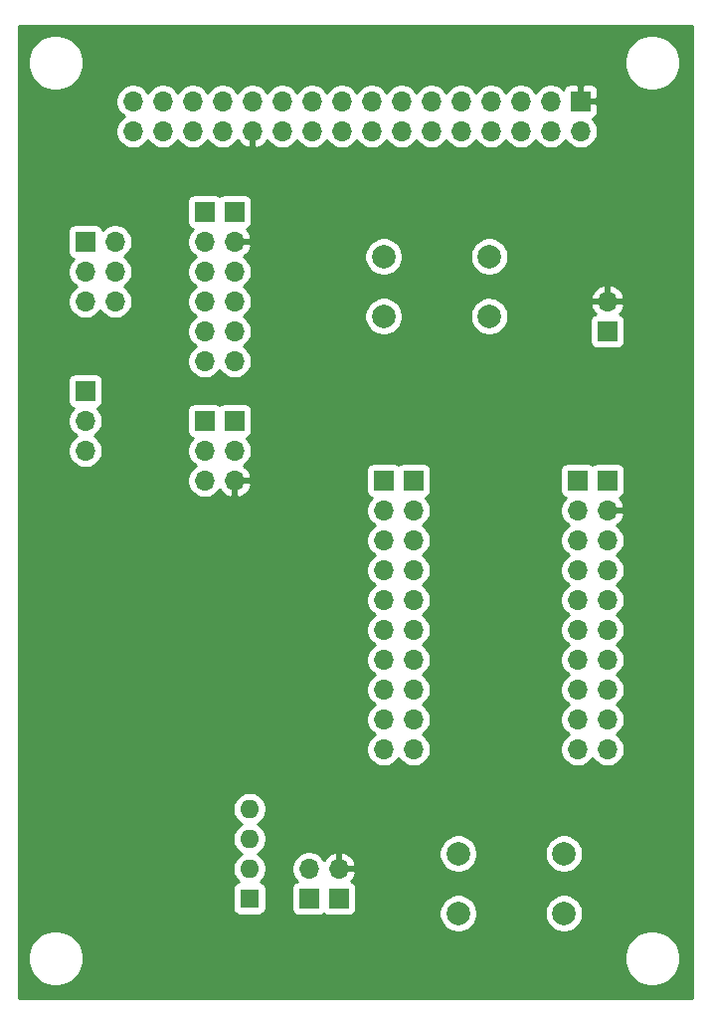
<source format=gbr>
%TF.GenerationSoftware,KiCad,Pcbnew,(5.1.10)-1*%
%TF.CreationDate,2022-04-15T10:12:12-07:00*%
%TF.ProjectId,SensorSuiteBoard,53656e73-6f72-4537-9569-7465426f6172,1.0*%
%TF.SameCoordinates,Original*%
%TF.FileFunction,Copper,L2,Bot*%
%TF.FilePolarity,Positive*%
%FSLAX46Y46*%
G04 Gerber Fmt 4.6, Leading zero omitted, Abs format (unit mm)*
G04 Created by KiCad (PCBNEW (5.1.10)-1) date 2022-04-15 10:12:12*
%MOMM*%
%LPD*%
G01*
G04 APERTURE LIST*
%TA.AperFunction,ComponentPad*%
%ADD10O,1.700000X1.700000*%
%TD*%
%TA.AperFunction,ComponentPad*%
%ADD11R,1.700000X1.700000*%
%TD*%
%TA.AperFunction,ComponentPad*%
%ADD12C,2.000000*%
%TD*%
%TA.AperFunction,ComponentPad*%
%ADD13O,1.600000X1.600000*%
%TD*%
%TA.AperFunction,ComponentPad*%
%ADD14R,1.600000X1.600000*%
%TD*%
%TA.AperFunction,Conductor*%
%ADD15C,0.254000*%
%TD*%
%TA.AperFunction,Conductor*%
%ADD16C,0.100000*%
%TD*%
G04 APERTURE END LIST*
D10*
%TO.P,J3,10*%
%TO.N,Net-(J3-Pad10)*%
X171450000Y-83820000D03*
%TO.P,J3,9*%
%TO.N,Net-(J3-Pad9)*%
X171450000Y-81280000D03*
%TO.P,J3,8*%
%TO.N,Net-(J3-Pad8)*%
X171450000Y-78740000D03*
%TO.P,J3,7*%
%TO.N,Net-(J3-Pad7)*%
X171450000Y-76200000D03*
%TO.P,J3,6*%
%TO.N,Net-(J3-Pad6)*%
X171450000Y-73660000D03*
%TO.P,J3,5*%
%TO.N,Net-(J3-Pad5)*%
X171450000Y-71120000D03*
%TO.P,J3,4*%
%TO.N,Net-(J3-Pad4)*%
X171450000Y-68580000D03*
%TO.P,J3,3*%
%TO.N,Net-(J3-Pad3)*%
X171450000Y-66040000D03*
%TO.P,J3,2*%
%TO.N,GND*%
X171450000Y-63500000D03*
D11*
%TO.P,J3,1*%
%TO.N,+5V*%
X171450000Y-60960000D03*
%TD*%
D10*
%TO.P,J8,32*%
%TO.N,Net-(J8-Pad32)*%
X131064000Y-31242000D03*
%TO.P,J8,31*%
%TO.N,Net-(J8-Pad31)*%
X131064000Y-28702000D03*
%TO.P,J8,30*%
%TO.N,Net-(J8-Pad30)*%
X133604000Y-31242000D03*
%TO.P,J8,29*%
%TO.N,Net-(J8-Pad29)*%
X133604000Y-28702000D03*
%TO.P,J8,28*%
%TO.N,Net-(J8-Pad28)*%
X136144000Y-31242000D03*
%TO.P,J8,27*%
%TO.N,Net-(J8-Pad27)*%
X136144000Y-28702000D03*
%TO.P,J8,26*%
%TO.N,Net-(J8-Pad26)*%
X138684000Y-31242000D03*
%TO.P,J8,25*%
%TO.N,+3V3*%
X138684000Y-28702000D03*
%TO.P,J8,24*%
%TO.N,GND*%
X141224000Y-31242000D03*
%TO.P,J8,23*%
%TO.N,Net-(J8-Pad23)*%
X141224000Y-28702000D03*
%TO.P,J8,22*%
%TO.N,Net-(J8-Pad22)*%
X143764000Y-31242000D03*
%TO.P,J8,21*%
%TO.N,Net-(J8-Pad21)*%
X143764000Y-28702000D03*
%TO.P,J8,20*%
%TO.N,Net-(J8-Pad20)*%
X146304000Y-31242000D03*
%TO.P,J8,19*%
%TO.N,Net-(J8-Pad19)*%
X146304000Y-28702000D03*
%TO.P,J8,18*%
%TO.N,Net-(J8-Pad18)*%
X148844000Y-31242000D03*
%TO.P,J8,17*%
%TO.N,Net-(J8-Pad17)*%
X148844000Y-28702000D03*
%TO.P,J8,16*%
%TO.N,Net-(J8-Pad16)*%
X151384000Y-31242000D03*
%TO.P,J8,15*%
%TO.N,Net-(J8-Pad15)*%
X151384000Y-28702000D03*
%TO.P,J8,14*%
%TO.N,Net-(J8-Pad14)*%
X153924000Y-31242000D03*
%TO.P,J8,13*%
%TO.N,Net-(J8-Pad13)*%
X153924000Y-28702000D03*
%TO.P,J8,12*%
%TO.N,Net-(J8-Pad12)*%
X156464000Y-31242000D03*
%TO.P,J8,11*%
%TO.N,Net-(J8-Pad11)*%
X156464000Y-28702000D03*
%TO.P,J8,10*%
%TO.N,Net-(J8-Pad10)*%
X159004000Y-31242000D03*
%TO.P,J8,9*%
%TO.N,Net-(J8-Pad9)*%
X159004000Y-28702000D03*
%TO.P,J8,8*%
%TO.N,Net-(J8-Pad8)*%
X161544000Y-31242000D03*
%TO.P,J8,7*%
%TO.N,Net-(J8-Pad7)*%
X161544000Y-28702000D03*
%TO.P,J8,6*%
%TO.N,+3V3*%
X164084000Y-31242000D03*
%TO.P,J8,5*%
%TO.N,/P6_0*%
X164084000Y-28702000D03*
%TO.P,J8,4*%
%TO.N,Net-(J8-Pad4)*%
X166624000Y-31242000D03*
%TO.P,J8,3*%
%TO.N,/P6_1*%
X166624000Y-28702000D03*
%TO.P,J8,2*%
%TO.N,Net-(J8-Pad2)*%
X169164000Y-31242000D03*
D11*
%TO.P,J8,1*%
%TO.N,GND*%
X169164000Y-28702000D03*
%TD*%
D10*
%TO.P,J7,6*%
%TO.N,Net-(J7-Pad6)*%
X129540000Y-45720000D03*
%TO.P,J7,5*%
%TO.N,Net-(J7-Pad5)*%
X127000000Y-45720000D03*
%TO.P,J7,4*%
%TO.N,Net-(J7-Pad4)*%
X129540000Y-43180000D03*
%TO.P,J7,3*%
%TO.N,Net-(J7-Pad3)*%
X127000000Y-43180000D03*
%TO.P,J7,2*%
%TO.N,Net-(J7-Pad2)*%
X129540000Y-40640000D03*
D11*
%TO.P,J7,1*%
%TO.N,Net-(J7-Pad1)*%
X127000000Y-40640000D03*
%TD*%
D10*
%TO.P,J5,3*%
%TO.N,Net-(J5-Pad3)*%
X127000000Y-58420000D03*
%TO.P,J5,2*%
%TO.N,Net-(J5-Pad2)*%
X127000000Y-55880000D03*
D11*
%TO.P,J5,1*%
%TO.N,Net-(J5-Pad1)*%
X127000000Y-53340000D03*
%TD*%
%TO.P,J70,1*%
%TO.N,+3V3*%
X139700000Y-38100000D03*
D10*
%TO.P,J70,2*%
%TO.N,GND*%
X139700000Y-40640000D03*
%TO.P,J70,3*%
%TO.N,Net-(J70-Pad3)*%
X139700000Y-43180000D03*
%TO.P,J70,4*%
%TO.N,Net-(J70-Pad4)*%
X139700000Y-45720000D03*
%TO.P,J70,5*%
%TO.N,Net-(J70-Pad5)*%
X139700000Y-48260000D03*
%TO.P,J70,6*%
%TO.N,Net-(J70-Pad6)*%
X139700000Y-50800000D03*
%TD*%
%TO.P,J71,6*%
%TO.N,Net-(J7-Pad6)*%
X137160000Y-50800000D03*
%TO.P,J71,5*%
%TO.N,Net-(J7-Pad5)*%
X137160000Y-48260000D03*
%TO.P,J71,4*%
%TO.N,Net-(J7-Pad4)*%
X137160000Y-45720000D03*
%TO.P,J71,3*%
%TO.N,Net-(J7-Pad3)*%
X137160000Y-43180000D03*
%TO.P,J71,2*%
%TO.N,Net-(J7-Pad2)*%
X137160000Y-40640000D03*
D11*
%TO.P,J71,1*%
%TO.N,Net-(J7-Pad1)*%
X137160000Y-38100000D03*
%TD*%
%TO.P,J50,1*%
%TO.N,/P4_3*%
X139700000Y-55880000D03*
D10*
%TO.P,J50,2*%
%TO.N,+3V3*%
X139700000Y-58420000D03*
%TO.P,J50,3*%
%TO.N,GND*%
X139700000Y-60960000D03*
%TD*%
%TO.P,J51,3*%
%TO.N,Net-(J5-Pad3)*%
X137160000Y-60960000D03*
%TO.P,J51,2*%
%TO.N,Net-(J5-Pad2)*%
X137160000Y-58420000D03*
D11*
%TO.P,J51,1*%
%TO.N,Net-(J5-Pad1)*%
X137160000Y-55880000D03*
%TD*%
D10*
%TO.P,J60,2*%
%TO.N,GND*%
X148590000Y-93980000D03*
D11*
%TO.P,J60,1*%
%TO.N,+3V3*%
X148590000Y-96520000D03*
%TD*%
%TO.P,J61,1*%
%TO.N,Net-(J61-Pad1)*%
X146050000Y-96520000D03*
D10*
%TO.P,J61,2*%
%TO.N,Net-(J61-Pad2)*%
X146050000Y-93980000D03*
%TD*%
D12*
%TO.P,R1,2*%
%TO.N,+3V3*%
X167750000Y-97790000D03*
%TO.P,R1,1*%
%TO.N,/P7_1*%
X158750000Y-97790000D03*
%TD*%
%TO.P,R2,1*%
%TO.N,/P7_0*%
X158750000Y-92710000D03*
%TO.P,R2,2*%
%TO.N,+3V3*%
X167750000Y-92710000D03*
%TD*%
%TO.P,R3,2*%
%TO.N,/P2_6*%
X161400000Y-41910000D03*
%TO.P,R3,1*%
%TO.N,Net-(J70-Pad3)*%
X152400000Y-41910000D03*
%TD*%
%TO.P,R4,1*%
%TO.N,Net-(J70-Pad4)*%
X152400000Y-46990000D03*
%TO.P,R4,2*%
%TO.N,/P2_5*%
X161400000Y-46990000D03*
%TD*%
D13*
%TO.P,U6,4*%
%TO.N,/P7_0*%
X140970000Y-88900000D03*
%TO.P,U6,3*%
%TO.N,/P7_1*%
X140970000Y-91440000D03*
%TO.P,U6,2*%
%TO.N,Net-(J61-Pad2)*%
X140970000Y-93980000D03*
D14*
%TO.P,U6,1*%
%TO.N,Net-(J61-Pad1)*%
X140970000Y-96520000D03*
%TD*%
D11*
%TO.P,J1,1*%
%TO.N,+3V3*%
X168910000Y-60960000D03*
D10*
%TO.P,J1,2*%
%TO.N,Net-(J1-Pad2)*%
X168910000Y-63500000D03*
%TO.P,J1,3*%
%TO.N,/P6_1*%
X168910000Y-66040000D03*
%TO.P,J1,4*%
%TO.N,/P6_0*%
X168910000Y-68580000D03*
%TO.P,J1,5*%
%TO.N,Net-(J1-Pad5)*%
X168910000Y-71120000D03*
%TO.P,J1,6*%
%TO.N,Net-(J1-Pad6)*%
X168910000Y-73660000D03*
%TO.P,J1,7*%
%TO.N,Net-(J1-Pad7)*%
X168910000Y-76200000D03*
%TO.P,J1,8*%
%TO.N,Net-(J1-Pad8)*%
X168910000Y-78740000D03*
%TO.P,J1,9*%
%TO.N,/P7_1*%
X168910000Y-81280000D03*
%TO.P,J1,10*%
%TO.N,/P7_0*%
X168910000Y-83820000D03*
%TD*%
D11*
%TO.P,J2,1*%
%TO.N,Net-(J2-Pad1)*%
X152400000Y-60960000D03*
D10*
%TO.P,J2,2*%
%TO.N,Net-(J2-Pad2)*%
X152400000Y-63500000D03*
%TO.P,J2,3*%
%TO.N,Net-(J2-Pad3)*%
X152400000Y-66040000D03*
%TO.P,J2,4*%
%TO.N,Net-(J2-Pad4)*%
X152400000Y-68580000D03*
%TO.P,J2,5*%
%TO.N,Net-(J2-Pad5)*%
X152400000Y-71120000D03*
%TO.P,J2,6*%
%TO.N,/P2_6*%
X152400000Y-73660000D03*
%TO.P,J2,7*%
%TO.N,/P2_5*%
X152400000Y-76200000D03*
%TO.P,J2,8*%
%TO.N,/P4_3*%
X152400000Y-78740000D03*
%TO.P,J2,9*%
%TO.N,Net-(J2-Pad9)*%
X152400000Y-81280000D03*
%TO.P,J2,10*%
%TO.N,Net-(J2-Pad10)*%
X152400000Y-83820000D03*
%TD*%
%TO.P,J4,10*%
%TO.N,Net-(J4-Pad10)*%
X154940000Y-83820000D03*
%TO.P,J4,9*%
%TO.N,Net-(J4-Pad9)*%
X154940000Y-81280000D03*
%TO.P,J4,8*%
%TO.N,Net-(J4-Pad8)*%
X154940000Y-78740000D03*
%TO.P,J4,7*%
%TO.N,Net-(J4-Pad7)*%
X154940000Y-76200000D03*
%TO.P,J4,6*%
%TO.N,Net-(J4-Pad6)*%
X154940000Y-73660000D03*
%TO.P,J4,5*%
%TO.N,Net-(J4-Pad5)*%
X154940000Y-71120000D03*
%TO.P,J4,4*%
%TO.N,Net-(J4-Pad4)*%
X154940000Y-68580000D03*
%TO.P,J4,3*%
%TO.N,Net-(J4-Pad3)*%
X154940000Y-66040000D03*
%TO.P,J4,2*%
%TO.N,Net-(J4-Pad2)*%
X154940000Y-63500000D03*
D11*
%TO.P,J4,1*%
%TO.N,Net-(J4-Pad1)*%
X154940000Y-60960000D03*
%TD*%
D10*
%TO.P,J9,2*%
%TO.N,GND*%
X171450000Y-45720000D03*
D11*
%TO.P,J9,1*%
%TO.N,+5V*%
X171450000Y-48260000D03*
%TD*%
D15*
%TO.N,GND*%
X178664000Y-105004000D02*
X121310000Y-105004000D01*
X121310000Y-101365098D01*
X122075000Y-101365098D01*
X122075000Y-101834902D01*
X122166654Y-102295679D01*
X122346440Y-102729721D01*
X122607450Y-103120349D01*
X122939651Y-103452550D01*
X123330279Y-103713560D01*
X123764321Y-103893346D01*
X124225098Y-103985000D01*
X124694902Y-103985000D01*
X125155679Y-103893346D01*
X125589721Y-103713560D01*
X125980349Y-103452550D01*
X126312550Y-103120349D01*
X126573560Y-102729721D01*
X126753346Y-102295679D01*
X126845000Y-101834902D01*
X126845000Y-101365098D01*
X172875000Y-101365098D01*
X172875000Y-101834902D01*
X172966654Y-102295679D01*
X173146440Y-102729721D01*
X173407450Y-103120349D01*
X173739651Y-103452550D01*
X174130279Y-103713560D01*
X174564321Y-103893346D01*
X175025098Y-103985000D01*
X175494902Y-103985000D01*
X175955679Y-103893346D01*
X176389721Y-103713560D01*
X176780349Y-103452550D01*
X177112550Y-103120349D01*
X177373560Y-102729721D01*
X177553346Y-102295679D01*
X177645000Y-101834902D01*
X177645000Y-101365098D01*
X177553346Y-100904321D01*
X177373560Y-100470279D01*
X177112550Y-100079651D01*
X176780349Y-99747450D01*
X176389721Y-99486440D01*
X175955679Y-99306654D01*
X175494902Y-99215000D01*
X175025098Y-99215000D01*
X174564321Y-99306654D01*
X174130279Y-99486440D01*
X173739651Y-99747450D01*
X173407450Y-100079651D01*
X173146440Y-100470279D01*
X172966654Y-100904321D01*
X172875000Y-101365098D01*
X126845000Y-101365098D01*
X126753346Y-100904321D01*
X126573560Y-100470279D01*
X126312550Y-100079651D01*
X125980349Y-99747450D01*
X125589721Y-99486440D01*
X125155679Y-99306654D01*
X124694902Y-99215000D01*
X124225098Y-99215000D01*
X123764321Y-99306654D01*
X123330279Y-99486440D01*
X122939651Y-99747450D01*
X122607450Y-100079651D01*
X122346440Y-100470279D01*
X122166654Y-100904321D01*
X122075000Y-101365098D01*
X121310000Y-101365098D01*
X121310000Y-95720000D01*
X139531928Y-95720000D01*
X139531928Y-97320000D01*
X139544188Y-97444482D01*
X139580498Y-97564180D01*
X139639463Y-97674494D01*
X139718815Y-97771185D01*
X139815506Y-97850537D01*
X139925820Y-97909502D01*
X140045518Y-97945812D01*
X140170000Y-97958072D01*
X141770000Y-97958072D01*
X141894482Y-97945812D01*
X142014180Y-97909502D01*
X142124494Y-97850537D01*
X142221185Y-97771185D01*
X142300537Y-97674494D01*
X142359502Y-97564180D01*
X142395812Y-97444482D01*
X142408072Y-97320000D01*
X142408072Y-95720000D01*
X142403148Y-95670000D01*
X144561928Y-95670000D01*
X144561928Y-97370000D01*
X144574188Y-97494482D01*
X144610498Y-97614180D01*
X144669463Y-97724494D01*
X144748815Y-97821185D01*
X144845506Y-97900537D01*
X144955820Y-97959502D01*
X145075518Y-97995812D01*
X145200000Y-98008072D01*
X146900000Y-98008072D01*
X147024482Y-97995812D01*
X147144180Y-97959502D01*
X147254494Y-97900537D01*
X147320000Y-97846778D01*
X147385506Y-97900537D01*
X147495820Y-97959502D01*
X147615518Y-97995812D01*
X147740000Y-98008072D01*
X149440000Y-98008072D01*
X149564482Y-97995812D01*
X149684180Y-97959502D01*
X149794494Y-97900537D01*
X149891185Y-97821185D01*
X149970537Y-97724494D01*
X150021598Y-97628967D01*
X157115000Y-97628967D01*
X157115000Y-97951033D01*
X157177832Y-98266912D01*
X157301082Y-98564463D01*
X157480013Y-98832252D01*
X157707748Y-99059987D01*
X157975537Y-99238918D01*
X158273088Y-99362168D01*
X158588967Y-99425000D01*
X158911033Y-99425000D01*
X159226912Y-99362168D01*
X159524463Y-99238918D01*
X159792252Y-99059987D01*
X160019987Y-98832252D01*
X160198918Y-98564463D01*
X160322168Y-98266912D01*
X160385000Y-97951033D01*
X160385000Y-97628967D01*
X166115000Y-97628967D01*
X166115000Y-97951033D01*
X166177832Y-98266912D01*
X166301082Y-98564463D01*
X166480013Y-98832252D01*
X166707748Y-99059987D01*
X166975537Y-99238918D01*
X167273088Y-99362168D01*
X167588967Y-99425000D01*
X167911033Y-99425000D01*
X168226912Y-99362168D01*
X168524463Y-99238918D01*
X168792252Y-99059987D01*
X169019987Y-98832252D01*
X169198918Y-98564463D01*
X169322168Y-98266912D01*
X169385000Y-97951033D01*
X169385000Y-97628967D01*
X169322168Y-97313088D01*
X169198918Y-97015537D01*
X169019987Y-96747748D01*
X168792252Y-96520013D01*
X168524463Y-96341082D01*
X168226912Y-96217832D01*
X167911033Y-96155000D01*
X167588967Y-96155000D01*
X167273088Y-96217832D01*
X166975537Y-96341082D01*
X166707748Y-96520013D01*
X166480013Y-96747748D01*
X166301082Y-97015537D01*
X166177832Y-97313088D01*
X166115000Y-97628967D01*
X160385000Y-97628967D01*
X160322168Y-97313088D01*
X160198918Y-97015537D01*
X160019987Y-96747748D01*
X159792252Y-96520013D01*
X159524463Y-96341082D01*
X159226912Y-96217832D01*
X158911033Y-96155000D01*
X158588967Y-96155000D01*
X158273088Y-96217832D01*
X157975537Y-96341082D01*
X157707748Y-96520013D01*
X157480013Y-96747748D01*
X157301082Y-97015537D01*
X157177832Y-97313088D01*
X157115000Y-97628967D01*
X150021598Y-97628967D01*
X150029502Y-97614180D01*
X150065812Y-97494482D01*
X150078072Y-97370000D01*
X150078072Y-95670000D01*
X150065812Y-95545518D01*
X150029502Y-95425820D01*
X149970537Y-95315506D01*
X149891185Y-95218815D01*
X149794494Y-95139463D01*
X149684180Y-95080498D01*
X149603534Y-95056034D01*
X149687588Y-94980269D01*
X149861641Y-94746920D01*
X149986825Y-94484099D01*
X150031476Y-94336890D01*
X149910155Y-94107000D01*
X148717000Y-94107000D01*
X148717000Y-94127000D01*
X148463000Y-94127000D01*
X148463000Y-94107000D01*
X148443000Y-94107000D01*
X148443000Y-93853000D01*
X148463000Y-93853000D01*
X148463000Y-92659186D01*
X148717000Y-92659186D01*
X148717000Y-93853000D01*
X149910155Y-93853000D01*
X150031476Y-93623110D01*
X149986825Y-93475901D01*
X149861641Y-93213080D01*
X149687588Y-92979731D01*
X149471355Y-92784822D01*
X149221252Y-92635843D01*
X148976345Y-92548967D01*
X157115000Y-92548967D01*
X157115000Y-92871033D01*
X157177832Y-93186912D01*
X157301082Y-93484463D01*
X157480013Y-93752252D01*
X157707748Y-93979987D01*
X157975537Y-94158918D01*
X158273088Y-94282168D01*
X158588967Y-94345000D01*
X158911033Y-94345000D01*
X159226912Y-94282168D01*
X159524463Y-94158918D01*
X159792252Y-93979987D01*
X160019987Y-93752252D01*
X160198918Y-93484463D01*
X160322168Y-93186912D01*
X160385000Y-92871033D01*
X160385000Y-92548967D01*
X166115000Y-92548967D01*
X166115000Y-92871033D01*
X166177832Y-93186912D01*
X166301082Y-93484463D01*
X166480013Y-93752252D01*
X166707748Y-93979987D01*
X166975537Y-94158918D01*
X167273088Y-94282168D01*
X167588967Y-94345000D01*
X167911033Y-94345000D01*
X168226912Y-94282168D01*
X168524463Y-94158918D01*
X168792252Y-93979987D01*
X169019987Y-93752252D01*
X169198918Y-93484463D01*
X169322168Y-93186912D01*
X169385000Y-92871033D01*
X169385000Y-92548967D01*
X169322168Y-92233088D01*
X169198918Y-91935537D01*
X169019987Y-91667748D01*
X168792252Y-91440013D01*
X168524463Y-91261082D01*
X168226912Y-91137832D01*
X167911033Y-91075000D01*
X167588967Y-91075000D01*
X167273088Y-91137832D01*
X166975537Y-91261082D01*
X166707748Y-91440013D01*
X166480013Y-91667748D01*
X166301082Y-91935537D01*
X166177832Y-92233088D01*
X166115000Y-92548967D01*
X160385000Y-92548967D01*
X160322168Y-92233088D01*
X160198918Y-91935537D01*
X160019987Y-91667748D01*
X159792252Y-91440013D01*
X159524463Y-91261082D01*
X159226912Y-91137832D01*
X158911033Y-91075000D01*
X158588967Y-91075000D01*
X158273088Y-91137832D01*
X157975537Y-91261082D01*
X157707748Y-91440013D01*
X157480013Y-91667748D01*
X157301082Y-91935537D01*
X157177832Y-92233088D01*
X157115000Y-92548967D01*
X148976345Y-92548967D01*
X148946891Y-92538519D01*
X148717000Y-92659186D01*
X148463000Y-92659186D01*
X148233109Y-92538519D01*
X147958748Y-92635843D01*
X147708645Y-92784822D01*
X147492412Y-92979731D01*
X147321100Y-93209406D01*
X147203475Y-93033368D01*
X146996632Y-92826525D01*
X146753411Y-92664010D01*
X146483158Y-92552068D01*
X146196260Y-92495000D01*
X145903740Y-92495000D01*
X145616842Y-92552068D01*
X145346589Y-92664010D01*
X145103368Y-92826525D01*
X144896525Y-93033368D01*
X144734010Y-93276589D01*
X144622068Y-93546842D01*
X144565000Y-93833740D01*
X144565000Y-94126260D01*
X144622068Y-94413158D01*
X144734010Y-94683411D01*
X144896525Y-94926632D01*
X145028380Y-95058487D01*
X144955820Y-95080498D01*
X144845506Y-95139463D01*
X144748815Y-95218815D01*
X144669463Y-95315506D01*
X144610498Y-95425820D01*
X144574188Y-95545518D01*
X144561928Y-95670000D01*
X142403148Y-95670000D01*
X142395812Y-95595518D01*
X142359502Y-95475820D01*
X142300537Y-95365506D01*
X142221185Y-95268815D01*
X142124494Y-95189463D01*
X142014180Y-95130498D01*
X141894482Y-95094188D01*
X141886039Y-95093357D01*
X142084637Y-94894759D01*
X142241680Y-94659727D01*
X142349853Y-94398574D01*
X142405000Y-94121335D01*
X142405000Y-93838665D01*
X142349853Y-93561426D01*
X142241680Y-93300273D01*
X142084637Y-93065241D01*
X141884759Y-92865363D01*
X141652241Y-92710000D01*
X141884759Y-92554637D01*
X142084637Y-92354759D01*
X142241680Y-92119727D01*
X142349853Y-91858574D01*
X142405000Y-91581335D01*
X142405000Y-91298665D01*
X142349853Y-91021426D01*
X142241680Y-90760273D01*
X142084637Y-90525241D01*
X141884759Y-90325363D01*
X141652241Y-90170000D01*
X141884759Y-90014637D01*
X142084637Y-89814759D01*
X142241680Y-89579727D01*
X142349853Y-89318574D01*
X142405000Y-89041335D01*
X142405000Y-88758665D01*
X142349853Y-88481426D01*
X142241680Y-88220273D01*
X142084637Y-87985241D01*
X141884759Y-87785363D01*
X141649727Y-87628320D01*
X141388574Y-87520147D01*
X141111335Y-87465000D01*
X140828665Y-87465000D01*
X140551426Y-87520147D01*
X140290273Y-87628320D01*
X140055241Y-87785363D01*
X139855363Y-87985241D01*
X139698320Y-88220273D01*
X139590147Y-88481426D01*
X139535000Y-88758665D01*
X139535000Y-89041335D01*
X139590147Y-89318574D01*
X139698320Y-89579727D01*
X139855363Y-89814759D01*
X140055241Y-90014637D01*
X140287759Y-90170000D01*
X140055241Y-90325363D01*
X139855363Y-90525241D01*
X139698320Y-90760273D01*
X139590147Y-91021426D01*
X139535000Y-91298665D01*
X139535000Y-91581335D01*
X139590147Y-91858574D01*
X139698320Y-92119727D01*
X139855363Y-92354759D01*
X140055241Y-92554637D01*
X140287759Y-92710000D01*
X140055241Y-92865363D01*
X139855363Y-93065241D01*
X139698320Y-93300273D01*
X139590147Y-93561426D01*
X139535000Y-93838665D01*
X139535000Y-94121335D01*
X139590147Y-94398574D01*
X139698320Y-94659727D01*
X139855363Y-94894759D01*
X140053961Y-95093357D01*
X140045518Y-95094188D01*
X139925820Y-95130498D01*
X139815506Y-95189463D01*
X139718815Y-95268815D01*
X139639463Y-95365506D01*
X139580498Y-95475820D01*
X139544188Y-95595518D01*
X139531928Y-95720000D01*
X121310000Y-95720000D01*
X121310000Y-52490000D01*
X125511928Y-52490000D01*
X125511928Y-54190000D01*
X125524188Y-54314482D01*
X125560498Y-54434180D01*
X125619463Y-54544494D01*
X125698815Y-54641185D01*
X125795506Y-54720537D01*
X125905820Y-54779502D01*
X125978380Y-54801513D01*
X125846525Y-54933368D01*
X125684010Y-55176589D01*
X125572068Y-55446842D01*
X125515000Y-55733740D01*
X125515000Y-56026260D01*
X125572068Y-56313158D01*
X125684010Y-56583411D01*
X125846525Y-56826632D01*
X126053368Y-57033475D01*
X126227760Y-57150000D01*
X126053368Y-57266525D01*
X125846525Y-57473368D01*
X125684010Y-57716589D01*
X125572068Y-57986842D01*
X125515000Y-58273740D01*
X125515000Y-58566260D01*
X125572068Y-58853158D01*
X125684010Y-59123411D01*
X125846525Y-59366632D01*
X126053368Y-59573475D01*
X126296589Y-59735990D01*
X126566842Y-59847932D01*
X126853740Y-59905000D01*
X127146260Y-59905000D01*
X127433158Y-59847932D01*
X127703411Y-59735990D01*
X127946632Y-59573475D01*
X128153475Y-59366632D01*
X128315990Y-59123411D01*
X128427932Y-58853158D01*
X128485000Y-58566260D01*
X128485000Y-58273740D01*
X128427932Y-57986842D01*
X128315990Y-57716589D01*
X128153475Y-57473368D01*
X127946632Y-57266525D01*
X127772240Y-57150000D01*
X127946632Y-57033475D01*
X128153475Y-56826632D01*
X128315990Y-56583411D01*
X128427932Y-56313158D01*
X128485000Y-56026260D01*
X128485000Y-55733740D01*
X128427932Y-55446842D01*
X128315990Y-55176589D01*
X128218043Y-55030000D01*
X135671928Y-55030000D01*
X135671928Y-56730000D01*
X135684188Y-56854482D01*
X135720498Y-56974180D01*
X135779463Y-57084494D01*
X135858815Y-57181185D01*
X135955506Y-57260537D01*
X136065820Y-57319502D01*
X136138380Y-57341513D01*
X136006525Y-57473368D01*
X135844010Y-57716589D01*
X135732068Y-57986842D01*
X135675000Y-58273740D01*
X135675000Y-58566260D01*
X135732068Y-58853158D01*
X135844010Y-59123411D01*
X136006525Y-59366632D01*
X136213368Y-59573475D01*
X136387760Y-59690000D01*
X136213368Y-59806525D01*
X136006525Y-60013368D01*
X135844010Y-60256589D01*
X135732068Y-60526842D01*
X135675000Y-60813740D01*
X135675000Y-61106260D01*
X135732068Y-61393158D01*
X135844010Y-61663411D01*
X136006525Y-61906632D01*
X136213368Y-62113475D01*
X136456589Y-62275990D01*
X136726842Y-62387932D01*
X137013740Y-62445000D01*
X137306260Y-62445000D01*
X137593158Y-62387932D01*
X137863411Y-62275990D01*
X138106632Y-62113475D01*
X138313475Y-61906632D01*
X138431100Y-61730594D01*
X138602412Y-61960269D01*
X138818645Y-62155178D01*
X139068748Y-62304157D01*
X139343109Y-62401481D01*
X139573000Y-62280814D01*
X139573000Y-61087000D01*
X139827000Y-61087000D01*
X139827000Y-62280814D01*
X140056891Y-62401481D01*
X140331252Y-62304157D01*
X140581355Y-62155178D01*
X140797588Y-61960269D01*
X140971641Y-61726920D01*
X141096825Y-61464099D01*
X141141476Y-61316890D01*
X141020155Y-61087000D01*
X139827000Y-61087000D01*
X139573000Y-61087000D01*
X139553000Y-61087000D01*
X139553000Y-60833000D01*
X139573000Y-60833000D01*
X139573000Y-60813000D01*
X139827000Y-60813000D01*
X139827000Y-60833000D01*
X141020155Y-60833000D01*
X141141476Y-60603110D01*
X141096825Y-60455901D01*
X140971641Y-60193080D01*
X140909673Y-60110000D01*
X150911928Y-60110000D01*
X150911928Y-61810000D01*
X150924188Y-61934482D01*
X150960498Y-62054180D01*
X151019463Y-62164494D01*
X151098815Y-62261185D01*
X151195506Y-62340537D01*
X151305820Y-62399502D01*
X151378380Y-62421513D01*
X151246525Y-62553368D01*
X151084010Y-62796589D01*
X150972068Y-63066842D01*
X150915000Y-63353740D01*
X150915000Y-63646260D01*
X150972068Y-63933158D01*
X151084010Y-64203411D01*
X151246525Y-64446632D01*
X151453368Y-64653475D01*
X151627760Y-64770000D01*
X151453368Y-64886525D01*
X151246525Y-65093368D01*
X151084010Y-65336589D01*
X150972068Y-65606842D01*
X150915000Y-65893740D01*
X150915000Y-66186260D01*
X150972068Y-66473158D01*
X151084010Y-66743411D01*
X151246525Y-66986632D01*
X151453368Y-67193475D01*
X151627760Y-67310000D01*
X151453368Y-67426525D01*
X151246525Y-67633368D01*
X151084010Y-67876589D01*
X150972068Y-68146842D01*
X150915000Y-68433740D01*
X150915000Y-68726260D01*
X150972068Y-69013158D01*
X151084010Y-69283411D01*
X151246525Y-69526632D01*
X151453368Y-69733475D01*
X151627760Y-69850000D01*
X151453368Y-69966525D01*
X151246525Y-70173368D01*
X151084010Y-70416589D01*
X150972068Y-70686842D01*
X150915000Y-70973740D01*
X150915000Y-71266260D01*
X150972068Y-71553158D01*
X151084010Y-71823411D01*
X151246525Y-72066632D01*
X151453368Y-72273475D01*
X151627760Y-72390000D01*
X151453368Y-72506525D01*
X151246525Y-72713368D01*
X151084010Y-72956589D01*
X150972068Y-73226842D01*
X150915000Y-73513740D01*
X150915000Y-73806260D01*
X150972068Y-74093158D01*
X151084010Y-74363411D01*
X151246525Y-74606632D01*
X151453368Y-74813475D01*
X151627760Y-74930000D01*
X151453368Y-75046525D01*
X151246525Y-75253368D01*
X151084010Y-75496589D01*
X150972068Y-75766842D01*
X150915000Y-76053740D01*
X150915000Y-76346260D01*
X150972068Y-76633158D01*
X151084010Y-76903411D01*
X151246525Y-77146632D01*
X151453368Y-77353475D01*
X151627760Y-77470000D01*
X151453368Y-77586525D01*
X151246525Y-77793368D01*
X151084010Y-78036589D01*
X150972068Y-78306842D01*
X150915000Y-78593740D01*
X150915000Y-78886260D01*
X150972068Y-79173158D01*
X151084010Y-79443411D01*
X151246525Y-79686632D01*
X151453368Y-79893475D01*
X151627760Y-80010000D01*
X151453368Y-80126525D01*
X151246525Y-80333368D01*
X151084010Y-80576589D01*
X150972068Y-80846842D01*
X150915000Y-81133740D01*
X150915000Y-81426260D01*
X150972068Y-81713158D01*
X151084010Y-81983411D01*
X151246525Y-82226632D01*
X151453368Y-82433475D01*
X151627760Y-82550000D01*
X151453368Y-82666525D01*
X151246525Y-82873368D01*
X151084010Y-83116589D01*
X150972068Y-83386842D01*
X150915000Y-83673740D01*
X150915000Y-83966260D01*
X150972068Y-84253158D01*
X151084010Y-84523411D01*
X151246525Y-84766632D01*
X151453368Y-84973475D01*
X151696589Y-85135990D01*
X151966842Y-85247932D01*
X152253740Y-85305000D01*
X152546260Y-85305000D01*
X152833158Y-85247932D01*
X153103411Y-85135990D01*
X153346632Y-84973475D01*
X153553475Y-84766632D01*
X153670000Y-84592240D01*
X153786525Y-84766632D01*
X153993368Y-84973475D01*
X154236589Y-85135990D01*
X154506842Y-85247932D01*
X154793740Y-85305000D01*
X155086260Y-85305000D01*
X155373158Y-85247932D01*
X155643411Y-85135990D01*
X155886632Y-84973475D01*
X156093475Y-84766632D01*
X156255990Y-84523411D01*
X156367932Y-84253158D01*
X156425000Y-83966260D01*
X156425000Y-83673740D01*
X156367932Y-83386842D01*
X156255990Y-83116589D01*
X156093475Y-82873368D01*
X155886632Y-82666525D01*
X155712240Y-82550000D01*
X155886632Y-82433475D01*
X156093475Y-82226632D01*
X156255990Y-81983411D01*
X156367932Y-81713158D01*
X156425000Y-81426260D01*
X156425000Y-81133740D01*
X156367932Y-80846842D01*
X156255990Y-80576589D01*
X156093475Y-80333368D01*
X155886632Y-80126525D01*
X155712240Y-80010000D01*
X155886632Y-79893475D01*
X156093475Y-79686632D01*
X156255990Y-79443411D01*
X156367932Y-79173158D01*
X156425000Y-78886260D01*
X156425000Y-78593740D01*
X156367932Y-78306842D01*
X156255990Y-78036589D01*
X156093475Y-77793368D01*
X155886632Y-77586525D01*
X155712240Y-77470000D01*
X155886632Y-77353475D01*
X156093475Y-77146632D01*
X156255990Y-76903411D01*
X156367932Y-76633158D01*
X156425000Y-76346260D01*
X156425000Y-76053740D01*
X156367932Y-75766842D01*
X156255990Y-75496589D01*
X156093475Y-75253368D01*
X155886632Y-75046525D01*
X155712240Y-74930000D01*
X155886632Y-74813475D01*
X156093475Y-74606632D01*
X156255990Y-74363411D01*
X156367932Y-74093158D01*
X156425000Y-73806260D01*
X156425000Y-73513740D01*
X156367932Y-73226842D01*
X156255990Y-72956589D01*
X156093475Y-72713368D01*
X155886632Y-72506525D01*
X155712240Y-72390000D01*
X155886632Y-72273475D01*
X156093475Y-72066632D01*
X156255990Y-71823411D01*
X156367932Y-71553158D01*
X156425000Y-71266260D01*
X156425000Y-70973740D01*
X156367932Y-70686842D01*
X156255990Y-70416589D01*
X156093475Y-70173368D01*
X155886632Y-69966525D01*
X155712240Y-69850000D01*
X155886632Y-69733475D01*
X156093475Y-69526632D01*
X156255990Y-69283411D01*
X156367932Y-69013158D01*
X156425000Y-68726260D01*
X156425000Y-68433740D01*
X156367932Y-68146842D01*
X156255990Y-67876589D01*
X156093475Y-67633368D01*
X155886632Y-67426525D01*
X155712240Y-67310000D01*
X155886632Y-67193475D01*
X156093475Y-66986632D01*
X156255990Y-66743411D01*
X156367932Y-66473158D01*
X156425000Y-66186260D01*
X156425000Y-65893740D01*
X156367932Y-65606842D01*
X156255990Y-65336589D01*
X156093475Y-65093368D01*
X155886632Y-64886525D01*
X155712240Y-64770000D01*
X155886632Y-64653475D01*
X156093475Y-64446632D01*
X156255990Y-64203411D01*
X156367932Y-63933158D01*
X156425000Y-63646260D01*
X156425000Y-63353740D01*
X156367932Y-63066842D01*
X156255990Y-62796589D01*
X156093475Y-62553368D01*
X155961620Y-62421513D01*
X156034180Y-62399502D01*
X156144494Y-62340537D01*
X156241185Y-62261185D01*
X156320537Y-62164494D01*
X156379502Y-62054180D01*
X156415812Y-61934482D01*
X156428072Y-61810000D01*
X156428072Y-60110000D01*
X167421928Y-60110000D01*
X167421928Y-61810000D01*
X167434188Y-61934482D01*
X167470498Y-62054180D01*
X167529463Y-62164494D01*
X167608815Y-62261185D01*
X167705506Y-62340537D01*
X167815820Y-62399502D01*
X167888380Y-62421513D01*
X167756525Y-62553368D01*
X167594010Y-62796589D01*
X167482068Y-63066842D01*
X167425000Y-63353740D01*
X167425000Y-63646260D01*
X167482068Y-63933158D01*
X167594010Y-64203411D01*
X167756525Y-64446632D01*
X167963368Y-64653475D01*
X168137760Y-64770000D01*
X167963368Y-64886525D01*
X167756525Y-65093368D01*
X167594010Y-65336589D01*
X167482068Y-65606842D01*
X167425000Y-65893740D01*
X167425000Y-66186260D01*
X167482068Y-66473158D01*
X167594010Y-66743411D01*
X167756525Y-66986632D01*
X167963368Y-67193475D01*
X168137760Y-67310000D01*
X167963368Y-67426525D01*
X167756525Y-67633368D01*
X167594010Y-67876589D01*
X167482068Y-68146842D01*
X167425000Y-68433740D01*
X167425000Y-68726260D01*
X167482068Y-69013158D01*
X167594010Y-69283411D01*
X167756525Y-69526632D01*
X167963368Y-69733475D01*
X168137760Y-69850000D01*
X167963368Y-69966525D01*
X167756525Y-70173368D01*
X167594010Y-70416589D01*
X167482068Y-70686842D01*
X167425000Y-70973740D01*
X167425000Y-71266260D01*
X167482068Y-71553158D01*
X167594010Y-71823411D01*
X167756525Y-72066632D01*
X167963368Y-72273475D01*
X168137760Y-72390000D01*
X167963368Y-72506525D01*
X167756525Y-72713368D01*
X167594010Y-72956589D01*
X167482068Y-73226842D01*
X167425000Y-73513740D01*
X167425000Y-73806260D01*
X167482068Y-74093158D01*
X167594010Y-74363411D01*
X167756525Y-74606632D01*
X167963368Y-74813475D01*
X168137760Y-74930000D01*
X167963368Y-75046525D01*
X167756525Y-75253368D01*
X167594010Y-75496589D01*
X167482068Y-75766842D01*
X167425000Y-76053740D01*
X167425000Y-76346260D01*
X167482068Y-76633158D01*
X167594010Y-76903411D01*
X167756525Y-77146632D01*
X167963368Y-77353475D01*
X168137760Y-77470000D01*
X167963368Y-77586525D01*
X167756525Y-77793368D01*
X167594010Y-78036589D01*
X167482068Y-78306842D01*
X167425000Y-78593740D01*
X167425000Y-78886260D01*
X167482068Y-79173158D01*
X167594010Y-79443411D01*
X167756525Y-79686632D01*
X167963368Y-79893475D01*
X168137760Y-80010000D01*
X167963368Y-80126525D01*
X167756525Y-80333368D01*
X167594010Y-80576589D01*
X167482068Y-80846842D01*
X167425000Y-81133740D01*
X167425000Y-81426260D01*
X167482068Y-81713158D01*
X167594010Y-81983411D01*
X167756525Y-82226632D01*
X167963368Y-82433475D01*
X168137760Y-82550000D01*
X167963368Y-82666525D01*
X167756525Y-82873368D01*
X167594010Y-83116589D01*
X167482068Y-83386842D01*
X167425000Y-83673740D01*
X167425000Y-83966260D01*
X167482068Y-84253158D01*
X167594010Y-84523411D01*
X167756525Y-84766632D01*
X167963368Y-84973475D01*
X168206589Y-85135990D01*
X168476842Y-85247932D01*
X168763740Y-85305000D01*
X169056260Y-85305000D01*
X169343158Y-85247932D01*
X169613411Y-85135990D01*
X169856632Y-84973475D01*
X170063475Y-84766632D01*
X170180000Y-84592240D01*
X170296525Y-84766632D01*
X170503368Y-84973475D01*
X170746589Y-85135990D01*
X171016842Y-85247932D01*
X171303740Y-85305000D01*
X171596260Y-85305000D01*
X171883158Y-85247932D01*
X172153411Y-85135990D01*
X172396632Y-84973475D01*
X172603475Y-84766632D01*
X172765990Y-84523411D01*
X172877932Y-84253158D01*
X172935000Y-83966260D01*
X172935000Y-83673740D01*
X172877932Y-83386842D01*
X172765990Y-83116589D01*
X172603475Y-82873368D01*
X172396632Y-82666525D01*
X172222240Y-82550000D01*
X172396632Y-82433475D01*
X172603475Y-82226632D01*
X172765990Y-81983411D01*
X172877932Y-81713158D01*
X172935000Y-81426260D01*
X172935000Y-81133740D01*
X172877932Y-80846842D01*
X172765990Y-80576589D01*
X172603475Y-80333368D01*
X172396632Y-80126525D01*
X172222240Y-80010000D01*
X172396632Y-79893475D01*
X172603475Y-79686632D01*
X172765990Y-79443411D01*
X172877932Y-79173158D01*
X172935000Y-78886260D01*
X172935000Y-78593740D01*
X172877932Y-78306842D01*
X172765990Y-78036589D01*
X172603475Y-77793368D01*
X172396632Y-77586525D01*
X172222240Y-77470000D01*
X172396632Y-77353475D01*
X172603475Y-77146632D01*
X172765990Y-76903411D01*
X172877932Y-76633158D01*
X172935000Y-76346260D01*
X172935000Y-76053740D01*
X172877932Y-75766842D01*
X172765990Y-75496589D01*
X172603475Y-75253368D01*
X172396632Y-75046525D01*
X172222240Y-74930000D01*
X172396632Y-74813475D01*
X172603475Y-74606632D01*
X172765990Y-74363411D01*
X172877932Y-74093158D01*
X172935000Y-73806260D01*
X172935000Y-73513740D01*
X172877932Y-73226842D01*
X172765990Y-72956589D01*
X172603475Y-72713368D01*
X172396632Y-72506525D01*
X172222240Y-72390000D01*
X172396632Y-72273475D01*
X172603475Y-72066632D01*
X172765990Y-71823411D01*
X172877932Y-71553158D01*
X172935000Y-71266260D01*
X172935000Y-70973740D01*
X172877932Y-70686842D01*
X172765990Y-70416589D01*
X172603475Y-70173368D01*
X172396632Y-69966525D01*
X172222240Y-69850000D01*
X172396632Y-69733475D01*
X172603475Y-69526632D01*
X172765990Y-69283411D01*
X172877932Y-69013158D01*
X172935000Y-68726260D01*
X172935000Y-68433740D01*
X172877932Y-68146842D01*
X172765990Y-67876589D01*
X172603475Y-67633368D01*
X172396632Y-67426525D01*
X172222240Y-67310000D01*
X172396632Y-67193475D01*
X172603475Y-66986632D01*
X172765990Y-66743411D01*
X172877932Y-66473158D01*
X172935000Y-66186260D01*
X172935000Y-65893740D01*
X172877932Y-65606842D01*
X172765990Y-65336589D01*
X172603475Y-65093368D01*
X172396632Y-64886525D01*
X172214466Y-64764805D01*
X172331355Y-64695178D01*
X172547588Y-64500269D01*
X172721641Y-64266920D01*
X172846825Y-64004099D01*
X172891476Y-63856890D01*
X172770155Y-63627000D01*
X171577000Y-63627000D01*
X171577000Y-63647000D01*
X171323000Y-63647000D01*
X171323000Y-63627000D01*
X171303000Y-63627000D01*
X171303000Y-63373000D01*
X171323000Y-63373000D01*
X171323000Y-63353000D01*
X171577000Y-63353000D01*
X171577000Y-63373000D01*
X172770155Y-63373000D01*
X172891476Y-63143110D01*
X172846825Y-62995901D01*
X172721641Y-62733080D01*
X172547588Y-62499731D01*
X172463534Y-62423966D01*
X172544180Y-62399502D01*
X172654494Y-62340537D01*
X172751185Y-62261185D01*
X172830537Y-62164494D01*
X172889502Y-62054180D01*
X172925812Y-61934482D01*
X172938072Y-61810000D01*
X172938072Y-60110000D01*
X172925812Y-59985518D01*
X172889502Y-59865820D01*
X172830537Y-59755506D01*
X172751185Y-59658815D01*
X172654494Y-59579463D01*
X172544180Y-59520498D01*
X172424482Y-59484188D01*
X172300000Y-59471928D01*
X170600000Y-59471928D01*
X170475518Y-59484188D01*
X170355820Y-59520498D01*
X170245506Y-59579463D01*
X170180000Y-59633222D01*
X170114494Y-59579463D01*
X170004180Y-59520498D01*
X169884482Y-59484188D01*
X169760000Y-59471928D01*
X168060000Y-59471928D01*
X167935518Y-59484188D01*
X167815820Y-59520498D01*
X167705506Y-59579463D01*
X167608815Y-59658815D01*
X167529463Y-59755506D01*
X167470498Y-59865820D01*
X167434188Y-59985518D01*
X167421928Y-60110000D01*
X156428072Y-60110000D01*
X156415812Y-59985518D01*
X156379502Y-59865820D01*
X156320537Y-59755506D01*
X156241185Y-59658815D01*
X156144494Y-59579463D01*
X156034180Y-59520498D01*
X155914482Y-59484188D01*
X155790000Y-59471928D01*
X154090000Y-59471928D01*
X153965518Y-59484188D01*
X153845820Y-59520498D01*
X153735506Y-59579463D01*
X153670000Y-59633222D01*
X153604494Y-59579463D01*
X153494180Y-59520498D01*
X153374482Y-59484188D01*
X153250000Y-59471928D01*
X151550000Y-59471928D01*
X151425518Y-59484188D01*
X151305820Y-59520498D01*
X151195506Y-59579463D01*
X151098815Y-59658815D01*
X151019463Y-59755506D01*
X150960498Y-59865820D01*
X150924188Y-59985518D01*
X150911928Y-60110000D01*
X140909673Y-60110000D01*
X140797588Y-59959731D01*
X140581355Y-59764822D01*
X140464466Y-59695195D01*
X140646632Y-59573475D01*
X140853475Y-59366632D01*
X141015990Y-59123411D01*
X141127932Y-58853158D01*
X141185000Y-58566260D01*
X141185000Y-58273740D01*
X141127932Y-57986842D01*
X141015990Y-57716589D01*
X140853475Y-57473368D01*
X140721620Y-57341513D01*
X140794180Y-57319502D01*
X140904494Y-57260537D01*
X141001185Y-57181185D01*
X141080537Y-57084494D01*
X141139502Y-56974180D01*
X141175812Y-56854482D01*
X141188072Y-56730000D01*
X141188072Y-55030000D01*
X141175812Y-54905518D01*
X141139502Y-54785820D01*
X141080537Y-54675506D01*
X141001185Y-54578815D01*
X140904494Y-54499463D01*
X140794180Y-54440498D01*
X140674482Y-54404188D01*
X140550000Y-54391928D01*
X138850000Y-54391928D01*
X138725518Y-54404188D01*
X138605820Y-54440498D01*
X138495506Y-54499463D01*
X138430000Y-54553222D01*
X138364494Y-54499463D01*
X138254180Y-54440498D01*
X138134482Y-54404188D01*
X138010000Y-54391928D01*
X136310000Y-54391928D01*
X136185518Y-54404188D01*
X136065820Y-54440498D01*
X135955506Y-54499463D01*
X135858815Y-54578815D01*
X135779463Y-54675506D01*
X135720498Y-54785820D01*
X135684188Y-54905518D01*
X135671928Y-55030000D01*
X128218043Y-55030000D01*
X128153475Y-54933368D01*
X128021620Y-54801513D01*
X128094180Y-54779502D01*
X128204494Y-54720537D01*
X128301185Y-54641185D01*
X128380537Y-54544494D01*
X128439502Y-54434180D01*
X128475812Y-54314482D01*
X128488072Y-54190000D01*
X128488072Y-52490000D01*
X128475812Y-52365518D01*
X128439502Y-52245820D01*
X128380537Y-52135506D01*
X128301185Y-52038815D01*
X128204494Y-51959463D01*
X128094180Y-51900498D01*
X127974482Y-51864188D01*
X127850000Y-51851928D01*
X126150000Y-51851928D01*
X126025518Y-51864188D01*
X125905820Y-51900498D01*
X125795506Y-51959463D01*
X125698815Y-52038815D01*
X125619463Y-52135506D01*
X125560498Y-52245820D01*
X125524188Y-52365518D01*
X125511928Y-52490000D01*
X121310000Y-52490000D01*
X121310000Y-39790000D01*
X125511928Y-39790000D01*
X125511928Y-41490000D01*
X125524188Y-41614482D01*
X125560498Y-41734180D01*
X125619463Y-41844494D01*
X125698815Y-41941185D01*
X125795506Y-42020537D01*
X125905820Y-42079502D01*
X125978380Y-42101513D01*
X125846525Y-42233368D01*
X125684010Y-42476589D01*
X125572068Y-42746842D01*
X125515000Y-43033740D01*
X125515000Y-43326260D01*
X125572068Y-43613158D01*
X125684010Y-43883411D01*
X125846525Y-44126632D01*
X126053368Y-44333475D01*
X126227760Y-44450000D01*
X126053368Y-44566525D01*
X125846525Y-44773368D01*
X125684010Y-45016589D01*
X125572068Y-45286842D01*
X125515000Y-45573740D01*
X125515000Y-45866260D01*
X125572068Y-46153158D01*
X125684010Y-46423411D01*
X125846525Y-46666632D01*
X126053368Y-46873475D01*
X126296589Y-47035990D01*
X126566842Y-47147932D01*
X126853740Y-47205000D01*
X127146260Y-47205000D01*
X127433158Y-47147932D01*
X127703411Y-47035990D01*
X127946632Y-46873475D01*
X128153475Y-46666632D01*
X128270000Y-46492240D01*
X128386525Y-46666632D01*
X128593368Y-46873475D01*
X128836589Y-47035990D01*
X129106842Y-47147932D01*
X129393740Y-47205000D01*
X129686260Y-47205000D01*
X129973158Y-47147932D01*
X130243411Y-47035990D01*
X130486632Y-46873475D01*
X130693475Y-46666632D01*
X130855990Y-46423411D01*
X130967932Y-46153158D01*
X131025000Y-45866260D01*
X131025000Y-45573740D01*
X130967932Y-45286842D01*
X130855990Y-45016589D01*
X130693475Y-44773368D01*
X130486632Y-44566525D01*
X130312240Y-44450000D01*
X130486632Y-44333475D01*
X130693475Y-44126632D01*
X130855990Y-43883411D01*
X130967932Y-43613158D01*
X131025000Y-43326260D01*
X131025000Y-43033740D01*
X130967932Y-42746842D01*
X130855990Y-42476589D01*
X130693475Y-42233368D01*
X130486632Y-42026525D01*
X130312240Y-41910000D01*
X130486632Y-41793475D01*
X130693475Y-41586632D01*
X130855990Y-41343411D01*
X130967932Y-41073158D01*
X131025000Y-40786260D01*
X131025000Y-40493740D01*
X130967932Y-40206842D01*
X130855990Y-39936589D01*
X130693475Y-39693368D01*
X130486632Y-39486525D01*
X130243411Y-39324010D01*
X129973158Y-39212068D01*
X129686260Y-39155000D01*
X129393740Y-39155000D01*
X129106842Y-39212068D01*
X128836589Y-39324010D01*
X128593368Y-39486525D01*
X128461513Y-39618380D01*
X128439502Y-39545820D01*
X128380537Y-39435506D01*
X128301185Y-39338815D01*
X128204494Y-39259463D01*
X128094180Y-39200498D01*
X127974482Y-39164188D01*
X127850000Y-39151928D01*
X126150000Y-39151928D01*
X126025518Y-39164188D01*
X125905820Y-39200498D01*
X125795506Y-39259463D01*
X125698815Y-39338815D01*
X125619463Y-39435506D01*
X125560498Y-39545820D01*
X125524188Y-39665518D01*
X125511928Y-39790000D01*
X121310000Y-39790000D01*
X121310000Y-37250000D01*
X135671928Y-37250000D01*
X135671928Y-38950000D01*
X135684188Y-39074482D01*
X135720498Y-39194180D01*
X135779463Y-39304494D01*
X135858815Y-39401185D01*
X135955506Y-39480537D01*
X136065820Y-39539502D01*
X136138380Y-39561513D01*
X136006525Y-39693368D01*
X135844010Y-39936589D01*
X135732068Y-40206842D01*
X135675000Y-40493740D01*
X135675000Y-40786260D01*
X135732068Y-41073158D01*
X135844010Y-41343411D01*
X136006525Y-41586632D01*
X136213368Y-41793475D01*
X136387760Y-41910000D01*
X136213368Y-42026525D01*
X136006525Y-42233368D01*
X135844010Y-42476589D01*
X135732068Y-42746842D01*
X135675000Y-43033740D01*
X135675000Y-43326260D01*
X135732068Y-43613158D01*
X135844010Y-43883411D01*
X136006525Y-44126632D01*
X136213368Y-44333475D01*
X136387760Y-44450000D01*
X136213368Y-44566525D01*
X136006525Y-44773368D01*
X135844010Y-45016589D01*
X135732068Y-45286842D01*
X135675000Y-45573740D01*
X135675000Y-45866260D01*
X135732068Y-46153158D01*
X135844010Y-46423411D01*
X136006525Y-46666632D01*
X136213368Y-46873475D01*
X136387760Y-46990000D01*
X136213368Y-47106525D01*
X136006525Y-47313368D01*
X135844010Y-47556589D01*
X135732068Y-47826842D01*
X135675000Y-48113740D01*
X135675000Y-48406260D01*
X135732068Y-48693158D01*
X135844010Y-48963411D01*
X136006525Y-49206632D01*
X136213368Y-49413475D01*
X136387760Y-49530000D01*
X136213368Y-49646525D01*
X136006525Y-49853368D01*
X135844010Y-50096589D01*
X135732068Y-50366842D01*
X135675000Y-50653740D01*
X135675000Y-50946260D01*
X135732068Y-51233158D01*
X135844010Y-51503411D01*
X136006525Y-51746632D01*
X136213368Y-51953475D01*
X136456589Y-52115990D01*
X136726842Y-52227932D01*
X137013740Y-52285000D01*
X137306260Y-52285000D01*
X137593158Y-52227932D01*
X137863411Y-52115990D01*
X138106632Y-51953475D01*
X138313475Y-51746632D01*
X138430000Y-51572240D01*
X138546525Y-51746632D01*
X138753368Y-51953475D01*
X138996589Y-52115990D01*
X139266842Y-52227932D01*
X139553740Y-52285000D01*
X139846260Y-52285000D01*
X140133158Y-52227932D01*
X140403411Y-52115990D01*
X140646632Y-51953475D01*
X140853475Y-51746632D01*
X141015990Y-51503411D01*
X141127932Y-51233158D01*
X141185000Y-50946260D01*
X141185000Y-50653740D01*
X141127932Y-50366842D01*
X141015990Y-50096589D01*
X140853475Y-49853368D01*
X140646632Y-49646525D01*
X140472240Y-49530000D01*
X140646632Y-49413475D01*
X140853475Y-49206632D01*
X141015990Y-48963411D01*
X141127932Y-48693158D01*
X141185000Y-48406260D01*
X141185000Y-48113740D01*
X141127932Y-47826842D01*
X141015990Y-47556589D01*
X140853475Y-47313368D01*
X140646632Y-47106525D01*
X140472240Y-46990000D01*
X140646632Y-46873475D01*
X140691140Y-46828967D01*
X150765000Y-46828967D01*
X150765000Y-47151033D01*
X150827832Y-47466912D01*
X150951082Y-47764463D01*
X151130013Y-48032252D01*
X151357748Y-48259987D01*
X151625537Y-48438918D01*
X151923088Y-48562168D01*
X152238967Y-48625000D01*
X152561033Y-48625000D01*
X152876912Y-48562168D01*
X153174463Y-48438918D01*
X153442252Y-48259987D01*
X153669987Y-48032252D01*
X153848918Y-47764463D01*
X153972168Y-47466912D01*
X154035000Y-47151033D01*
X154035000Y-46828967D01*
X159765000Y-46828967D01*
X159765000Y-47151033D01*
X159827832Y-47466912D01*
X159951082Y-47764463D01*
X160130013Y-48032252D01*
X160357748Y-48259987D01*
X160625537Y-48438918D01*
X160923088Y-48562168D01*
X161238967Y-48625000D01*
X161561033Y-48625000D01*
X161876912Y-48562168D01*
X162174463Y-48438918D01*
X162442252Y-48259987D01*
X162669987Y-48032252D01*
X162848918Y-47764463D01*
X162972168Y-47466912D01*
X162983488Y-47410000D01*
X169961928Y-47410000D01*
X169961928Y-49110000D01*
X169974188Y-49234482D01*
X170010498Y-49354180D01*
X170069463Y-49464494D01*
X170148815Y-49561185D01*
X170245506Y-49640537D01*
X170355820Y-49699502D01*
X170475518Y-49735812D01*
X170600000Y-49748072D01*
X172300000Y-49748072D01*
X172424482Y-49735812D01*
X172544180Y-49699502D01*
X172654494Y-49640537D01*
X172751185Y-49561185D01*
X172830537Y-49464494D01*
X172889502Y-49354180D01*
X172925812Y-49234482D01*
X172938072Y-49110000D01*
X172938072Y-47410000D01*
X172925812Y-47285518D01*
X172889502Y-47165820D01*
X172830537Y-47055506D01*
X172751185Y-46958815D01*
X172654494Y-46879463D01*
X172544180Y-46820498D01*
X172463534Y-46796034D01*
X172547588Y-46720269D01*
X172721641Y-46486920D01*
X172846825Y-46224099D01*
X172891476Y-46076890D01*
X172770155Y-45847000D01*
X171577000Y-45847000D01*
X171577000Y-45867000D01*
X171323000Y-45867000D01*
X171323000Y-45847000D01*
X170129845Y-45847000D01*
X170008524Y-46076890D01*
X170053175Y-46224099D01*
X170178359Y-46486920D01*
X170352412Y-46720269D01*
X170436466Y-46796034D01*
X170355820Y-46820498D01*
X170245506Y-46879463D01*
X170148815Y-46958815D01*
X170069463Y-47055506D01*
X170010498Y-47165820D01*
X169974188Y-47285518D01*
X169961928Y-47410000D01*
X162983488Y-47410000D01*
X163035000Y-47151033D01*
X163035000Y-46828967D01*
X162972168Y-46513088D01*
X162848918Y-46215537D01*
X162669987Y-45947748D01*
X162442252Y-45720013D01*
X162174463Y-45541082D01*
X161876912Y-45417832D01*
X161601805Y-45363110D01*
X170008524Y-45363110D01*
X170129845Y-45593000D01*
X171323000Y-45593000D01*
X171323000Y-44399186D01*
X171577000Y-44399186D01*
X171577000Y-45593000D01*
X172770155Y-45593000D01*
X172891476Y-45363110D01*
X172846825Y-45215901D01*
X172721641Y-44953080D01*
X172547588Y-44719731D01*
X172331355Y-44524822D01*
X172081252Y-44375843D01*
X171806891Y-44278519D01*
X171577000Y-44399186D01*
X171323000Y-44399186D01*
X171093109Y-44278519D01*
X170818748Y-44375843D01*
X170568645Y-44524822D01*
X170352412Y-44719731D01*
X170178359Y-44953080D01*
X170053175Y-45215901D01*
X170008524Y-45363110D01*
X161601805Y-45363110D01*
X161561033Y-45355000D01*
X161238967Y-45355000D01*
X160923088Y-45417832D01*
X160625537Y-45541082D01*
X160357748Y-45720013D01*
X160130013Y-45947748D01*
X159951082Y-46215537D01*
X159827832Y-46513088D01*
X159765000Y-46828967D01*
X154035000Y-46828967D01*
X153972168Y-46513088D01*
X153848918Y-46215537D01*
X153669987Y-45947748D01*
X153442252Y-45720013D01*
X153174463Y-45541082D01*
X152876912Y-45417832D01*
X152561033Y-45355000D01*
X152238967Y-45355000D01*
X151923088Y-45417832D01*
X151625537Y-45541082D01*
X151357748Y-45720013D01*
X151130013Y-45947748D01*
X150951082Y-46215537D01*
X150827832Y-46513088D01*
X150765000Y-46828967D01*
X140691140Y-46828967D01*
X140853475Y-46666632D01*
X141015990Y-46423411D01*
X141127932Y-46153158D01*
X141185000Y-45866260D01*
X141185000Y-45573740D01*
X141127932Y-45286842D01*
X141015990Y-45016589D01*
X140853475Y-44773368D01*
X140646632Y-44566525D01*
X140472240Y-44450000D01*
X140646632Y-44333475D01*
X140853475Y-44126632D01*
X141015990Y-43883411D01*
X141127932Y-43613158D01*
X141185000Y-43326260D01*
X141185000Y-43033740D01*
X141127932Y-42746842D01*
X141015990Y-42476589D01*
X140853475Y-42233368D01*
X140646632Y-42026525D01*
X140464466Y-41904805D01*
X140581355Y-41835178D01*
X140676997Y-41748967D01*
X150765000Y-41748967D01*
X150765000Y-42071033D01*
X150827832Y-42386912D01*
X150951082Y-42684463D01*
X151130013Y-42952252D01*
X151357748Y-43179987D01*
X151625537Y-43358918D01*
X151923088Y-43482168D01*
X152238967Y-43545000D01*
X152561033Y-43545000D01*
X152876912Y-43482168D01*
X153174463Y-43358918D01*
X153442252Y-43179987D01*
X153669987Y-42952252D01*
X153848918Y-42684463D01*
X153972168Y-42386912D01*
X154035000Y-42071033D01*
X154035000Y-41748967D01*
X159765000Y-41748967D01*
X159765000Y-42071033D01*
X159827832Y-42386912D01*
X159951082Y-42684463D01*
X160130013Y-42952252D01*
X160357748Y-43179987D01*
X160625537Y-43358918D01*
X160923088Y-43482168D01*
X161238967Y-43545000D01*
X161561033Y-43545000D01*
X161876912Y-43482168D01*
X162174463Y-43358918D01*
X162442252Y-43179987D01*
X162669987Y-42952252D01*
X162848918Y-42684463D01*
X162972168Y-42386912D01*
X163035000Y-42071033D01*
X163035000Y-41748967D01*
X162972168Y-41433088D01*
X162848918Y-41135537D01*
X162669987Y-40867748D01*
X162442252Y-40640013D01*
X162174463Y-40461082D01*
X161876912Y-40337832D01*
X161561033Y-40275000D01*
X161238967Y-40275000D01*
X160923088Y-40337832D01*
X160625537Y-40461082D01*
X160357748Y-40640013D01*
X160130013Y-40867748D01*
X159951082Y-41135537D01*
X159827832Y-41433088D01*
X159765000Y-41748967D01*
X154035000Y-41748967D01*
X153972168Y-41433088D01*
X153848918Y-41135537D01*
X153669987Y-40867748D01*
X153442252Y-40640013D01*
X153174463Y-40461082D01*
X152876912Y-40337832D01*
X152561033Y-40275000D01*
X152238967Y-40275000D01*
X151923088Y-40337832D01*
X151625537Y-40461082D01*
X151357748Y-40640013D01*
X151130013Y-40867748D01*
X150951082Y-41135537D01*
X150827832Y-41433088D01*
X150765000Y-41748967D01*
X140676997Y-41748967D01*
X140797588Y-41640269D01*
X140971641Y-41406920D01*
X141096825Y-41144099D01*
X141141476Y-40996890D01*
X141020155Y-40767000D01*
X139827000Y-40767000D01*
X139827000Y-40787000D01*
X139573000Y-40787000D01*
X139573000Y-40767000D01*
X139553000Y-40767000D01*
X139553000Y-40513000D01*
X139573000Y-40513000D01*
X139573000Y-40493000D01*
X139827000Y-40493000D01*
X139827000Y-40513000D01*
X141020155Y-40513000D01*
X141141476Y-40283110D01*
X141096825Y-40135901D01*
X140971641Y-39873080D01*
X140797588Y-39639731D01*
X140713534Y-39563966D01*
X140794180Y-39539502D01*
X140904494Y-39480537D01*
X141001185Y-39401185D01*
X141080537Y-39304494D01*
X141139502Y-39194180D01*
X141175812Y-39074482D01*
X141188072Y-38950000D01*
X141188072Y-37250000D01*
X141175812Y-37125518D01*
X141139502Y-37005820D01*
X141080537Y-36895506D01*
X141001185Y-36798815D01*
X140904494Y-36719463D01*
X140794180Y-36660498D01*
X140674482Y-36624188D01*
X140550000Y-36611928D01*
X138850000Y-36611928D01*
X138725518Y-36624188D01*
X138605820Y-36660498D01*
X138495506Y-36719463D01*
X138430000Y-36773222D01*
X138364494Y-36719463D01*
X138254180Y-36660498D01*
X138134482Y-36624188D01*
X138010000Y-36611928D01*
X136310000Y-36611928D01*
X136185518Y-36624188D01*
X136065820Y-36660498D01*
X135955506Y-36719463D01*
X135858815Y-36798815D01*
X135779463Y-36895506D01*
X135720498Y-37005820D01*
X135684188Y-37125518D01*
X135671928Y-37250000D01*
X121310000Y-37250000D01*
X121310000Y-28555740D01*
X129579000Y-28555740D01*
X129579000Y-28848260D01*
X129636068Y-29135158D01*
X129748010Y-29405411D01*
X129910525Y-29648632D01*
X130117368Y-29855475D01*
X130291760Y-29972000D01*
X130117368Y-30088525D01*
X129910525Y-30295368D01*
X129748010Y-30538589D01*
X129636068Y-30808842D01*
X129579000Y-31095740D01*
X129579000Y-31388260D01*
X129636068Y-31675158D01*
X129748010Y-31945411D01*
X129910525Y-32188632D01*
X130117368Y-32395475D01*
X130360589Y-32557990D01*
X130630842Y-32669932D01*
X130917740Y-32727000D01*
X131210260Y-32727000D01*
X131497158Y-32669932D01*
X131767411Y-32557990D01*
X132010632Y-32395475D01*
X132217475Y-32188632D01*
X132334000Y-32014240D01*
X132450525Y-32188632D01*
X132657368Y-32395475D01*
X132900589Y-32557990D01*
X133170842Y-32669932D01*
X133457740Y-32727000D01*
X133750260Y-32727000D01*
X134037158Y-32669932D01*
X134307411Y-32557990D01*
X134550632Y-32395475D01*
X134757475Y-32188632D01*
X134874000Y-32014240D01*
X134990525Y-32188632D01*
X135197368Y-32395475D01*
X135440589Y-32557990D01*
X135710842Y-32669932D01*
X135997740Y-32727000D01*
X136290260Y-32727000D01*
X136577158Y-32669932D01*
X136847411Y-32557990D01*
X137090632Y-32395475D01*
X137297475Y-32188632D01*
X137414000Y-32014240D01*
X137530525Y-32188632D01*
X137737368Y-32395475D01*
X137980589Y-32557990D01*
X138250842Y-32669932D01*
X138537740Y-32727000D01*
X138830260Y-32727000D01*
X139117158Y-32669932D01*
X139387411Y-32557990D01*
X139630632Y-32395475D01*
X139837475Y-32188632D01*
X139959195Y-32006466D01*
X140028822Y-32123355D01*
X140223731Y-32339588D01*
X140457080Y-32513641D01*
X140719901Y-32638825D01*
X140867110Y-32683476D01*
X141097000Y-32562155D01*
X141097000Y-31369000D01*
X141077000Y-31369000D01*
X141077000Y-31115000D01*
X141097000Y-31115000D01*
X141097000Y-31095000D01*
X141351000Y-31095000D01*
X141351000Y-31115000D01*
X141371000Y-31115000D01*
X141371000Y-31369000D01*
X141351000Y-31369000D01*
X141351000Y-32562155D01*
X141580890Y-32683476D01*
X141728099Y-32638825D01*
X141990920Y-32513641D01*
X142224269Y-32339588D01*
X142419178Y-32123355D01*
X142488805Y-32006466D01*
X142610525Y-32188632D01*
X142817368Y-32395475D01*
X143060589Y-32557990D01*
X143330842Y-32669932D01*
X143617740Y-32727000D01*
X143910260Y-32727000D01*
X144197158Y-32669932D01*
X144467411Y-32557990D01*
X144710632Y-32395475D01*
X144917475Y-32188632D01*
X145034000Y-32014240D01*
X145150525Y-32188632D01*
X145357368Y-32395475D01*
X145600589Y-32557990D01*
X145870842Y-32669932D01*
X146157740Y-32727000D01*
X146450260Y-32727000D01*
X146737158Y-32669932D01*
X147007411Y-32557990D01*
X147250632Y-32395475D01*
X147457475Y-32188632D01*
X147574000Y-32014240D01*
X147690525Y-32188632D01*
X147897368Y-32395475D01*
X148140589Y-32557990D01*
X148410842Y-32669932D01*
X148697740Y-32727000D01*
X148990260Y-32727000D01*
X149277158Y-32669932D01*
X149547411Y-32557990D01*
X149790632Y-32395475D01*
X149997475Y-32188632D01*
X150114000Y-32014240D01*
X150230525Y-32188632D01*
X150437368Y-32395475D01*
X150680589Y-32557990D01*
X150950842Y-32669932D01*
X151237740Y-32727000D01*
X151530260Y-32727000D01*
X151817158Y-32669932D01*
X152087411Y-32557990D01*
X152330632Y-32395475D01*
X152537475Y-32188632D01*
X152654000Y-32014240D01*
X152770525Y-32188632D01*
X152977368Y-32395475D01*
X153220589Y-32557990D01*
X153490842Y-32669932D01*
X153777740Y-32727000D01*
X154070260Y-32727000D01*
X154357158Y-32669932D01*
X154627411Y-32557990D01*
X154870632Y-32395475D01*
X155077475Y-32188632D01*
X155194000Y-32014240D01*
X155310525Y-32188632D01*
X155517368Y-32395475D01*
X155760589Y-32557990D01*
X156030842Y-32669932D01*
X156317740Y-32727000D01*
X156610260Y-32727000D01*
X156897158Y-32669932D01*
X157167411Y-32557990D01*
X157410632Y-32395475D01*
X157617475Y-32188632D01*
X157734000Y-32014240D01*
X157850525Y-32188632D01*
X158057368Y-32395475D01*
X158300589Y-32557990D01*
X158570842Y-32669932D01*
X158857740Y-32727000D01*
X159150260Y-32727000D01*
X159437158Y-32669932D01*
X159707411Y-32557990D01*
X159950632Y-32395475D01*
X160157475Y-32188632D01*
X160274000Y-32014240D01*
X160390525Y-32188632D01*
X160597368Y-32395475D01*
X160840589Y-32557990D01*
X161110842Y-32669932D01*
X161397740Y-32727000D01*
X161690260Y-32727000D01*
X161977158Y-32669932D01*
X162247411Y-32557990D01*
X162490632Y-32395475D01*
X162697475Y-32188632D01*
X162814000Y-32014240D01*
X162930525Y-32188632D01*
X163137368Y-32395475D01*
X163380589Y-32557990D01*
X163650842Y-32669932D01*
X163937740Y-32727000D01*
X164230260Y-32727000D01*
X164517158Y-32669932D01*
X164787411Y-32557990D01*
X165030632Y-32395475D01*
X165237475Y-32188632D01*
X165354000Y-32014240D01*
X165470525Y-32188632D01*
X165677368Y-32395475D01*
X165920589Y-32557990D01*
X166190842Y-32669932D01*
X166477740Y-32727000D01*
X166770260Y-32727000D01*
X167057158Y-32669932D01*
X167327411Y-32557990D01*
X167570632Y-32395475D01*
X167777475Y-32188632D01*
X167894000Y-32014240D01*
X168010525Y-32188632D01*
X168217368Y-32395475D01*
X168460589Y-32557990D01*
X168730842Y-32669932D01*
X169017740Y-32727000D01*
X169310260Y-32727000D01*
X169597158Y-32669932D01*
X169867411Y-32557990D01*
X170110632Y-32395475D01*
X170317475Y-32188632D01*
X170479990Y-31945411D01*
X170591932Y-31675158D01*
X170649000Y-31388260D01*
X170649000Y-31095740D01*
X170591932Y-30808842D01*
X170479990Y-30538589D01*
X170317475Y-30295368D01*
X170185620Y-30163513D01*
X170258180Y-30141502D01*
X170368494Y-30082537D01*
X170465185Y-30003185D01*
X170544537Y-29906494D01*
X170603502Y-29796180D01*
X170639812Y-29676482D01*
X170652072Y-29552000D01*
X170649000Y-28987750D01*
X170490250Y-28829000D01*
X169291000Y-28829000D01*
X169291000Y-28849000D01*
X169037000Y-28849000D01*
X169037000Y-28829000D01*
X169017000Y-28829000D01*
X169017000Y-28575000D01*
X169037000Y-28575000D01*
X169037000Y-27375750D01*
X169291000Y-27375750D01*
X169291000Y-28575000D01*
X170490250Y-28575000D01*
X170649000Y-28416250D01*
X170652072Y-27852000D01*
X170639812Y-27727518D01*
X170603502Y-27607820D01*
X170544537Y-27497506D01*
X170465185Y-27400815D01*
X170368494Y-27321463D01*
X170258180Y-27262498D01*
X170138482Y-27226188D01*
X170014000Y-27213928D01*
X169449750Y-27217000D01*
X169291000Y-27375750D01*
X169037000Y-27375750D01*
X168878250Y-27217000D01*
X168314000Y-27213928D01*
X168189518Y-27226188D01*
X168069820Y-27262498D01*
X167959506Y-27321463D01*
X167862815Y-27400815D01*
X167783463Y-27497506D01*
X167724498Y-27607820D01*
X167702487Y-27680380D01*
X167570632Y-27548525D01*
X167327411Y-27386010D01*
X167057158Y-27274068D01*
X166770260Y-27217000D01*
X166477740Y-27217000D01*
X166190842Y-27274068D01*
X165920589Y-27386010D01*
X165677368Y-27548525D01*
X165470525Y-27755368D01*
X165354000Y-27929760D01*
X165237475Y-27755368D01*
X165030632Y-27548525D01*
X164787411Y-27386010D01*
X164517158Y-27274068D01*
X164230260Y-27217000D01*
X163937740Y-27217000D01*
X163650842Y-27274068D01*
X163380589Y-27386010D01*
X163137368Y-27548525D01*
X162930525Y-27755368D01*
X162814000Y-27929760D01*
X162697475Y-27755368D01*
X162490632Y-27548525D01*
X162247411Y-27386010D01*
X161977158Y-27274068D01*
X161690260Y-27217000D01*
X161397740Y-27217000D01*
X161110842Y-27274068D01*
X160840589Y-27386010D01*
X160597368Y-27548525D01*
X160390525Y-27755368D01*
X160274000Y-27929760D01*
X160157475Y-27755368D01*
X159950632Y-27548525D01*
X159707411Y-27386010D01*
X159437158Y-27274068D01*
X159150260Y-27217000D01*
X158857740Y-27217000D01*
X158570842Y-27274068D01*
X158300589Y-27386010D01*
X158057368Y-27548525D01*
X157850525Y-27755368D01*
X157734000Y-27929760D01*
X157617475Y-27755368D01*
X157410632Y-27548525D01*
X157167411Y-27386010D01*
X156897158Y-27274068D01*
X156610260Y-27217000D01*
X156317740Y-27217000D01*
X156030842Y-27274068D01*
X155760589Y-27386010D01*
X155517368Y-27548525D01*
X155310525Y-27755368D01*
X155194000Y-27929760D01*
X155077475Y-27755368D01*
X154870632Y-27548525D01*
X154627411Y-27386010D01*
X154357158Y-27274068D01*
X154070260Y-27217000D01*
X153777740Y-27217000D01*
X153490842Y-27274068D01*
X153220589Y-27386010D01*
X152977368Y-27548525D01*
X152770525Y-27755368D01*
X152654000Y-27929760D01*
X152537475Y-27755368D01*
X152330632Y-27548525D01*
X152087411Y-27386010D01*
X151817158Y-27274068D01*
X151530260Y-27217000D01*
X151237740Y-27217000D01*
X150950842Y-27274068D01*
X150680589Y-27386010D01*
X150437368Y-27548525D01*
X150230525Y-27755368D01*
X150114000Y-27929760D01*
X149997475Y-27755368D01*
X149790632Y-27548525D01*
X149547411Y-27386010D01*
X149277158Y-27274068D01*
X148990260Y-27217000D01*
X148697740Y-27217000D01*
X148410842Y-27274068D01*
X148140589Y-27386010D01*
X147897368Y-27548525D01*
X147690525Y-27755368D01*
X147574000Y-27929760D01*
X147457475Y-27755368D01*
X147250632Y-27548525D01*
X147007411Y-27386010D01*
X146737158Y-27274068D01*
X146450260Y-27217000D01*
X146157740Y-27217000D01*
X145870842Y-27274068D01*
X145600589Y-27386010D01*
X145357368Y-27548525D01*
X145150525Y-27755368D01*
X145034000Y-27929760D01*
X144917475Y-27755368D01*
X144710632Y-27548525D01*
X144467411Y-27386010D01*
X144197158Y-27274068D01*
X143910260Y-27217000D01*
X143617740Y-27217000D01*
X143330842Y-27274068D01*
X143060589Y-27386010D01*
X142817368Y-27548525D01*
X142610525Y-27755368D01*
X142494000Y-27929760D01*
X142377475Y-27755368D01*
X142170632Y-27548525D01*
X141927411Y-27386010D01*
X141657158Y-27274068D01*
X141370260Y-27217000D01*
X141077740Y-27217000D01*
X140790842Y-27274068D01*
X140520589Y-27386010D01*
X140277368Y-27548525D01*
X140070525Y-27755368D01*
X139954000Y-27929760D01*
X139837475Y-27755368D01*
X139630632Y-27548525D01*
X139387411Y-27386010D01*
X139117158Y-27274068D01*
X138830260Y-27217000D01*
X138537740Y-27217000D01*
X138250842Y-27274068D01*
X137980589Y-27386010D01*
X137737368Y-27548525D01*
X137530525Y-27755368D01*
X137414000Y-27929760D01*
X137297475Y-27755368D01*
X137090632Y-27548525D01*
X136847411Y-27386010D01*
X136577158Y-27274068D01*
X136290260Y-27217000D01*
X135997740Y-27217000D01*
X135710842Y-27274068D01*
X135440589Y-27386010D01*
X135197368Y-27548525D01*
X134990525Y-27755368D01*
X134874000Y-27929760D01*
X134757475Y-27755368D01*
X134550632Y-27548525D01*
X134307411Y-27386010D01*
X134037158Y-27274068D01*
X133750260Y-27217000D01*
X133457740Y-27217000D01*
X133170842Y-27274068D01*
X132900589Y-27386010D01*
X132657368Y-27548525D01*
X132450525Y-27755368D01*
X132334000Y-27929760D01*
X132217475Y-27755368D01*
X132010632Y-27548525D01*
X131767411Y-27386010D01*
X131497158Y-27274068D01*
X131210260Y-27217000D01*
X130917740Y-27217000D01*
X130630842Y-27274068D01*
X130360589Y-27386010D01*
X130117368Y-27548525D01*
X129910525Y-27755368D01*
X129748010Y-27998589D01*
X129636068Y-28268842D01*
X129579000Y-28555740D01*
X121310000Y-28555740D01*
X121310000Y-25165098D01*
X122075000Y-25165098D01*
X122075000Y-25634902D01*
X122166654Y-26095679D01*
X122346440Y-26529721D01*
X122607450Y-26920349D01*
X122939651Y-27252550D01*
X123330279Y-27513560D01*
X123764321Y-27693346D01*
X124225098Y-27785000D01*
X124694902Y-27785000D01*
X125155679Y-27693346D01*
X125589721Y-27513560D01*
X125980349Y-27252550D01*
X126312550Y-26920349D01*
X126573560Y-26529721D01*
X126753346Y-26095679D01*
X126845000Y-25634902D01*
X126845000Y-25165098D01*
X172875000Y-25165098D01*
X172875000Y-25634902D01*
X172966654Y-26095679D01*
X173146440Y-26529721D01*
X173407450Y-26920349D01*
X173739651Y-27252550D01*
X174130279Y-27513560D01*
X174564321Y-27693346D01*
X175025098Y-27785000D01*
X175494902Y-27785000D01*
X175955679Y-27693346D01*
X176389721Y-27513560D01*
X176780349Y-27252550D01*
X177112550Y-26920349D01*
X177373560Y-26529721D01*
X177553346Y-26095679D01*
X177645000Y-25634902D01*
X177645000Y-25165098D01*
X177553346Y-24704321D01*
X177373560Y-24270279D01*
X177112550Y-23879651D01*
X176780349Y-23547450D01*
X176389721Y-23286440D01*
X175955679Y-23106654D01*
X175494902Y-23015000D01*
X175025098Y-23015000D01*
X174564321Y-23106654D01*
X174130279Y-23286440D01*
X173739651Y-23547450D01*
X173407450Y-23879651D01*
X173146440Y-24270279D01*
X172966654Y-24704321D01*
X172875000Y-25165098D01*
X126845000Y-25165098D01*
X126753346Y-24704321D01*
X126573560Y-24270279D01*
X126312550Y-23879651D01*
X125980349Y-23547450D01*
X125589721Y-23286440D01*
X125155679Y-23106654D01*
X124694902Y-23015000D01*
X124225098Y-23015000D01*
X123764321Y-23106654D01*
X123330279Y-23286440D01*
X122939651Y-23547450D01*
X122607450Y-23879651D01*
X122346440Y-24270279D01*
X122166654Y-24704321D01*
X122075000Y-25165098D01*
X121310000Y-25165098D01*
X121310000Y-22250000D01*
X178664001Y-22250000D01*
X178664000Y-105004000D01*
%TA.AperFunction,Conductor*%
D16*
G36*
X178664000Y-105004000D02*
G01*
X121310000Y-105004000D01*
X121310000Y-101365098D01*
X122075000Y-101365098D01*
X122075000Y-101834902D01*
X122166654Y-102295679D01*
X122346440Y-102729721D01*
X122607450Y-103120349D01*
X122939651Y-103452550D01*
X123330279Y-103713560D01*
X123764321Y-103893346D01*
X124225098Y-103985000D01*
X124694902Y-103985000D01*
X125155679Y-103893346D01*
X125589721Y-103713560D01*
X125980349Y-103452550D01*
X126312550Y-103120349D01*
X126573560Y-102729721D01*
X126753346Y-102295679D01*
X126845000Y-101834902D01*
X126845000Y-101365098D01*
X172875000Y-101365098D01*
X172875000Y-101834902D01*
X172966654Y-102295679D01*
X173146440Y-102729721D01*
X173407450Y-103120349D01*
X173739651Y-103452550D01*
X174130279Y-103713560D01*
X174564321Y-103893346D01*
X175025098Y-103985000D01*
X175494902Y-103985000D01*
X175955679Y-103893346D01*
X176389721Y-103713560D01*
X176780349Y-103452550D01*
X177112550Y-103120349D01*
X177373560Y-102729721D01*
X177553346Y-102295679D01*
X177645000Y-101834902D01*
X177645000Y-101365098D01*
X177553346Y-100904321D01*
X177373560Y-100470279D01*
X177112550Y-100079651D01*
X176780349Y-99747450D01*
X176389721Y-99486440D01*
X175955679Y-99306654D01*
X175494902Y-99215000D01*
X175025098Y-99215000D01*
X174564321Y-99306654D01*
X174130279Y-99486440D01*
X173739651Y-99747450D01*
X173407450Y-100079651D01*
X173146440Y-100470279D01*
X172966654Y-100904321D01*
X172875000Y-101365098D01*
X126845000Y-101365098D01*
X126753346Y-100904321D01*
X126573560Y-100470279D01*
X126312550Y-100079651D01*
X125980349Y-99747450D01*
X125589721Y-99486440D01*
X125155679Y-99306654D01*
X124694902Y-99215000D01*
X124225098Y-99215000D01*
X123764321Y-99306654D01*
X123330279Y-99486440D01*
X122939651Y-99747450D01*
X122607450Y-100079651D01*
X122346440Y-100470279D01*
X122166654Y-100904321D01*
X122075000Y-101365098D01*
X121310000Y-101365098D01*
X121310000Y-95720000D01*
X139531928Y-95720000D01*
X139531928Y-97320000D01*
X139544188Y-97444482D01*
X139580498Y-97564180D01*
X139639463Y-97674494D01*
X139718815Y-97771185D01*
X139815506Y-97850537D01*
X139925820Y-97909502D01*
X140045518Y-97945812D01*
X140170000Y-97958072D01*
X141770000Y-97958072D01*
X141894482Y-97945812D01*
X142014180Y-97909502D01*
X142124494Y-97850537D01*
X142221185Y-97771185D01*
X142300537Y-97674494D01*
X142359502Y-97564180D01*
X142395812Y-97444482D01*
X142408072Y-97320000D01*
X142408072Y-95720000D01*
X142403148Y-95670000D01*
X144561928Y-95670000D01*
X144561928Y-97370000D01*
X144574188Y-97494482D01*
X144610498Y-97614180D01*
X144669463Y-97724494D01*
X144748815Y-97821185D01*
X144845506Y-97900537D01*
X144955820Y-97959502D01*
X145075518Y-97995812D01*
X145200000Y-98008072D01*
X146900000Y-98008072D01*
X147024482Y-97995812D01*
X147144180Y-97959502D01*
X147254494Y-97900537D01*
X147320000Y-97846778D01*
X147385506Y-97900537D01*
X147495820Y-97959502D01*
X147615518Y-97995812D01*
X147740000Y-98008072D01*
X149440000Y-98008072D01*
X149564482Y-97995812D01*
X149684180Y-97959502D01*
X149794494Y-97900537D01*
X149891185Y-97821185D01*
X149970537Y-97724494D01*
X150021598Y-97628967D01*
X157115000Y-97628967D01*
X157115000Y-97951033D01*
X157177832Y-98266912D01*
X157301082Y-98564463D01*
X157480013Y-98832252D01*
X157707748Y-99059987D01*
X157975537Y-99238918D01*
X158273088Y-99362168D01*
X158588967Y-99425000D01*
X158911033Y-99425000D01*
X159226912Y-99362168D01*
X159524463Y-99238918D01*
X159792252Y-99059987D01*
X160019987Y-98832252D01*
X160198918Y-98564463D01*
X160322168Y-98266912D01*
X160385000Y-97951033D01*
X160385000Y-97628967D01*
X166115000Y-97628967D01*
X166115000Y-97951033D01*
X166177832Y-98266912D01*
X166301082Y-98564463D01*
X166480013Y-98832252D01*
X166707748Y-99059987D01*
X166975537Y-99238918D01*
X167273088Y-99362168D01*
X167588967Y-99425000D01*
X167911033Y-99425000D01*
X168226912Y-99362168D01*
X168524463Y-99238918D01*
X168792252Y-99059987D01*
X169019987Y-98832252D01*
X169198918Y-98564463D01*
X169322168Y-98266912D01*
X169385000Y-97951033D01*
X169385000Y-97628967D01*
X169322168Y-97313088D01*
X169198918Y-97015537D01*
X169019987Y-96747748D01*
X168792252Y-96520013D01*
X168524463Y-96341082D01*
X168226912Y-96217832D01*
X167911033Y-96155000D01*
X167588967Y-96155000D01*
X167273088Y-96217832D01*
X166975537Y-96341082D01*
X166707748Y-96520013D01*
X166480013Y-96747748D01*
X166301082Y-97015537D01*
X166177832Y-97313088D01*
X166115000Y-97628967D01*
X160385000Y-97628967D01*
X160322168Y-97313088D01*
X160198918Y-97015537D01*
X160019987Y-96747748D01*
X159792252Y-96520013D01*
X159524463Y-96341082D01*
X159226912Y-96217832D01*
X158911033Y-96155000D01*
X158588967Y-96155000D01*
X158273088Y-96217832D01*
X157975537Y-96341082D01*
X157707748Y-96520013D01*
X157480013Y-96747748D01*
X157301082Y-97015537D01*
X157177832Y-97313088D01*
X157115000Y-97628967D01*
X150021598Y-97628967D01*
X150029502Y-97614180D01*
X150065812Y-97494482D01*
X150078072Y-97370000D01*
X150078072Y-95670000D01*
X150065812Y-95545518D01*
X150029502Y-95425820D01*
X149970537Y-95315506D01*
X149891185Y-95218815D01*
X149794494Y-95139463D01*
X149684180Y-95080498D01*
X149603534Y-95056034D01*
X149687588Y-94980269D01*
X149861641Y-94746920D01*
X149986825Y-94484099D01*
X150031476Y-94336890D01*
X149910155Y-94107000D01*
X148717000Y-94107000D01*
X148717000Y-94127000D01*
X148463000Y-94127000D01*
X148463000Y-94107000D01*
X148443000Y-94107000D01*
X148443000Y-93853000D01*
X148463000Y-93853000D01*
X148463000Y-92659186D01*
X148717000Y-92659186D01*
X148717000Y-93853000D01*
X149910155Y-93853000D01*
X150031476Y-93623110D01*
X149986825Y-93475901D01*
X149861641Y-93213080D01*
X149687588Y-92979731D01*
X149471355Y-92784822D01*
X149221252Y-92635843D01*
X148976345Y-92548967D01*
X157115000Y-92548967D01*
X157115000Y-92871033D01*
X157177832Y-93186912D01*
X157301082Y-93484463D01*
X157480013Y-93752252D01*
X157707748Y-93979987D01*
X157975537Y-94158918D01*
X158273088Y-94282168D01*
X158588967Y-94345000D01*
X158911033Y-94345000D01*
X159226912Y-94282168D01*
X159524463Y-94158918D01*
X159792252Y-93979987D01*
X160019987Y-93752252D01*
X160198918Y-93484463D01*
X160322168Y-93186912D01*
X160385000Y-92871033D01*
X160385000Y-92548967D01*
X166115000Y-92548967D01*
X166115000Y-92871033D01*
X166177832Y-93186912D01*
X166301082Y-93484463D01*
X166480013Y-93752252D01*
X166707748Y-93979987D01*
X166975537Y-94158918D01*
X167273088Y-94282168D01*
X167588967Y-94345000D01*
X167911033Y-94345000D01*
X168226912Y-94282168D01*
X168524463Y-94158918D01*
X168792252Y-93979987D01*
X169019987Y-93752252D01*
X169198918Y-93484463D01*
X169322168Y-93186912D01*
X169385000Y-92871033D01*
X169385000Y-92548967D01*
X169322168Y-92233088D01*
X169198918Y-91935537D01*
X169019987Y-91667748D01*
X168792252Y-91440013D01*
X168524463Y-91261082D01*
X168226912Y-91137832D01*
X167911033Y-91075000D01*
X167588967Y-91075000D01*
X167273088Y-91137832D01*
X166975537Y-91261082D01*
X166707748Y-91440013D01*
X166480013Y-91667748D01*
X166301082Y-91935537D01*
X166177832Y-92233088D01*
X166115000Y-92548967D01*
X160385000Y-92548967D01*
X160322168Y-92233088D01*
X160198918Y-91935537D01*
X160019987Y-91667748D01*
X159792252Y-91440013D01*
X159524463Y-91261082D01*
X159226912Y-91137832D01*
X158911033Y-91075000D01*
X158588967Y-91075000D01*
X158273088Y-91137832D01*
X157975537Y-91261082D01*
X157707748Y-91440013D01*
X157480013Y-91667748D01*
X157301082Y-91935537D01*
X157177832Y-92233088D01*
X157115000Y-92548967D01*
X148976345Y-92548967D01*
X148946891Y-92538519D01*
X148717000Y-92659186D01*
X148463000Y-92659186D01*
X148233109Y-92538519D01*
X147958748Y-92635843D01*
X147708645Y-92784822D01*
X147492412Y-92979731D01*
X147321100Y-93209406D01*
X147203475Y-93033368D01*
X146996632Y-92826525D01*
X146753411Y-92664010D01*
X146483158Y-92552068D01*
X146196260Y-92495000D01*
X145903740Y-92495000D01*
X145616842Y-92552068D01*
X145346589Y-92664010D01*
X145103368Y-92826525D01*
X144896525Y-93033368D01*
X144734010Y-93276589D01*
X144622068Y-93546842D01*
X144565000Y-93833740D01*
X144565000Y-94126260D01*
X144622068Y-94413158D01*
X144734010Y-94683411D01*
X144896525Y-94926632D01*
X145028380Y-95058487D01*
X144955820Y-95080498D01*
X144845506Y-95139463D01*
X144748815Y-95218815D01*
X144669463Y-95315506D01*
X144610498Y-95425820D01*
X144574188Y-95545518D01*
X144561928Y-95670000D01*
X142403148Y-95670000D01*
X142395812Y-95595518D01*
X142359502Y-95475820D01*
X142300537Y-95365506D01*
X142221185Y-95268815D01*
X142124494Y-95189463D01*
X142014180Y-95130498D01*
X141894482Y-95094188D01*
X141886039Y-95093357D01*
X142084637Y-94894759D01*
X142241680Y-94659727D01*
X142349853Y-94398574D01*
X142405000Y-94121335D01*
X142405000Y-93838665D01*
X142349853Y-93561426D01*
X142241680Y-93300273D01*
X142084637Y-93065241D01*
X141884759Y-92865363D01*
X141652241Y-92710000D01*
X141884759Y-92554637D01*
X142084637Y-92354759D01*
X142241680Y-92119727D01*
X142349853Y-91858574D01*
X142405000Y-91581335D01*
X142405000Y-91298665D01*
X142349853Y-91021426D01*
X142241680Y-90760273D01*
X142084637Y-90525241D01*
X141884759Y-90325363D01*
X141652241Y-90170000D01*
X141884759Y-90014637D01*
X142084637Y-89814759D01*
X142241680Y-89579727D01*
X142349853Y-89318574D01*
X142405000Y-89041335D01*
X142405000Y-88758665D01*
X142349853Y-88481426D01*
X142241680Y-88220273D01*
X142084637Y-87985241D01*
X141884759Y-87785363D01*
X141649727Y-87628320D01*
X141388574Y-87520147D01*
X141111335Y-87465000D01*
X140828665Y-87465000D01*
X140551426Y-87520147D01*
X140290273Y-87628320D01*
X140055241Y-87785363D01*
X139855363Y-87985241D01*
X139698320Y-88220273D01*
X139590147Y-88481426D01*
X139535000Y-88758665D01*
X139535000Y-89041335D01*
X139590147Y-89318574D01*
X139698320Y-89579727D01*
X139855363Y-89814759D01*
X140055241Y-90014637D01*
X140287759Y-90170000D01*
X140055241Y-90325363D01*
X139855363Y-90525241D01*
X139698320Y-90760273D01*
X139590147Y-91021426D01*
X139535000Y-91298665D01*
X139535000Y-91581335D01*
X139590147Y-91858574D01*
X139698320Y-92119727D01*
X139855363Y-92354759D01*
X140055241Y-92554637D01*
X140287759Y-92710000D01*
X140055241Y-92865363D01*
X139855363Y-93065241D01*
X139698320Y-93300273D01*
X139590147Y-93561426D01*
X139535000Y-93838665D01*
X139535000Y-94121335D01*
X139590147Y-94398574D01*
X139698320Y-94659727D01*
X139855363Y-94894759D01*
X140053961Y-95093357D01*
X140045518Y-95094188D01*
X139925820Y-95130498D01*
X139815506Y-95189463D01*
X139718815Y-95268815D01*
X139639463Y-95365506D01*
X139580498Y-95475820D01*
X139544188Y-95595518D01*
X139531928Y-95720000D01*
X121310000Y-95720000D01*
X121310000Y-52490000D01*
X125511928Y-52490000D01*
X125511928Y-54190000D01*
X125524188Y-54314482D01*
X125560498Y-54434180D01*
X125619463Y-54544494D01*
X125698815Y-54641185D01*
X125795506Y-54720537D01*
X125905820Y-54779502D01*
X125978380Y-54801513D01*
X125846525Y-54933368D01*
X125684010Y-55176589D01*
X125572068Y-55446842D01*
X125515000Y-55733740D01*
X125515000Y-56026260D01*
X125572068Y-56313158D01*
X125684010Y-56583411D01*
X125846525Y-56826632D01*
X126053368Y-57033475D01*
X126227760Y-57150000D01*
X126053368Y-57266525D01*
X125846525Y-57473368D01*
X125684010Y-57716589D01*
X125572068Y-57986842D01*
X125515000Y-58273740D01*
X125515000Y-58566260D01*
X125572068Y-58853158D01*
X125684010Y-59123411D01*
X125846525Y-59366632D01*
X126053368Y-59573475D01*
X126296589Y-59735990D01*
X126566842Y-59847932D01*
X126853740Y-59905000D01*
X127146260Y-59905000D01*
X127433158Y-59847932D01*
X127703411Y-59735990D01*
X127946632Y-59573475D01*
X128153475Y-59366632D01*
X128315990Y-59123411D01*
X128427932Y-58853158D01*
X128485000Y-58566260D01*
X128485000Y-58273740D01*
X128427932Y-57986842D01*
X128315990Y-57716589D01*
X128153475Y-57473368D01*
X127946632Y-57266525D01*
X127772240Y-57150000D01*
X127946632Y-57033475D01*
X128153475Y-56826632D01*
X128315990Y-56583411D01*
X128427932Y-56313158D01*
X128485000Y-56026260D01*
X128485000Y-55733740D01*
X128427932Y-55446842D01*
X128315990Y-55176589D01*
X128218043Y-55030000D01*
X135671928Y-55030000D01*
X135671928Y-56730000D01*
X135684188Y-56854482D01*
X135720498Y-56974180D01*
X135779463Y-57084494D01*
X135858815Y-57181185D01*
X135955506Y-57260537D01*
X136065820Y-57319502D01*
X136138380Y-57341513D01*
X136006525Y-57473368D01*
X135844010Y-57716589D01*
X135732068Y-57986842D01*
X135675000Y-58273740D01*
X135675000Y-58566260D01*
X135732068Y-58853158D01*
X135844010Y-59123411D01*
X136006525Y-59366632D01*
X136213368Y-59573475D01*
X136387760Y-59690000D01*
X136213368Y-59806525D01*
X136006525Y-60013368D01*
X135844010Y-60256589D01*
X135732068Y-60526842D01*
X135675000Y-60813740D01*
X135675000Y-61106260D01*
X135732068Y-61393158D01*
X135844010Y-61663411D01*
X136006525Y-61906632D01*
X136213368Y-62113475D01*
X136456589Y-62275990D01*
X136726842Y-62387932D01*
X137013740Y-62445000D01*
X137306260Y-62445000D01*
X137593158Y-62387932D01*
X137863411Y-62275990D01*
X138106632Y-62113475D01*
X138313475Y-61906632D01*
X138431100Y-61730594D01*
X138602412Y-61960269D01*
X138818645Y-62155178D01*
X139068748Y-62304157D01*
X139343109Y-62401481D01*
X139573000Y-62280814D01*
X139573000Y-61087000D01*
X139827000Y-61087000D01*
X139827000Y-62280814D01*
X140056891Y-62401481D01*
X140331252Y-62304157D01*
X140581355Y-62155178D01*
X140797588Y-61960269D01*
X140971641Y-61726920D01*
X141096825Y-61464099D01*
X141141476Y-61316890D01*
X141020155Y-61087000D01*
X139827000Y-61087000D01*
X139573000Y-61087000D01*
X139553000Y-61087000D01*
X139553000Y-60833000D01*
X139573000Y-60833000D01*
X139573000Y-60813000D01*
X139827000Y-60813000D01*
X139827000Y-60833000D01*
X141020155Y-60833000D01*
X141141476Y-60603110D01*
X141096825Y-60455901D01*
X140971641Y-60193080D01*
X140909673Y-60110000D01*
X150911928Y-60110000D01*
X150911928Y-61810000D01*
X150924188Y-61934482D01*
X150960498Y-62054180D01*
X151019463Y-62164494D01*
X151098815Y-62261185D01*
X151195506Y-62340537D01*
X151305820Y-62399502D01*
X151378380Y-62421513D01*
X151246525Y-62553368D01*
X151084010Y-62796589D01*
X150972068Y-63066842D01*
X150915000Y-63353740D01*
X150915000Y-63646260D01*
X150972068Y-63933158D01*
X151084010Y-64203411D01*
X151246525Y-64446632D01*
X151453368Y-64653475D01*
X151627760Y-64770000D01*
X151453368Y-64886525D01*
X151246525Y-65093368D01*
X151084010Y-65336589D01*
X150972068Y-65606842D01*
X150915000Y-65893740D01*
X150915000Y-66186260D01*
X150972068Y-66473158D01*
X151084010Y-66743411D01*
X151246525Y-66986632D01*
X151453368Y-67193475D01*
X151627760Y-67310000D01*
X151453368Y-67426525D01*
X151246525Y-67633368D01*
X151084010Y-67876589D01*
X150972068Y-68146842D01*
X150915000Y-68433740D01*
X150915000Y-68726260D01*
X150972068Y-69013158D01*
X151084010Y-69283411D01*
X151246525Y-69526632D01*
X151453368Y-69733475D01*
X151627760Y-69850000D01*
X151453368Y-69966525D01*
X151246525Y-70173368D01*
X151084010Y-70416589D01*
X150972068Y-70686842D01*
X150915000Y-70973740D01*
X150915000Y-71266260D01*
X150972068Y-71553158D01*
X151084010Y-71823411D01*
X151246525Y-72066632D01*
X151453368Y-72273475D01*
X151627760Y-72390000D01*
X151453368Y-72506525D01*
X151246525Y-72713368D01*
X151084010Y-72956589D01*
X150972068Y-73226842D01*
X150915000Y-73513740D01*
X150915000Y-73806260D01*
X150972068Y-74093158D01*
X151084010Y-74363411D01*
X151246525Y-74606632D01*
X151453368Y-74813475D01*
X151627760Y-74930000D01*
X151453368Y-75046525D01*
X151246525Y-75253368D01*
X151084010Y-75496589D01*
X150972068Y-75766842D01*
X150915000Y-76053740D01*
X150915000Y-76346260D01*
X150972068Y-76633158D01*
X151084010Y-76903411D01*
X151246525Y-77146632D01*
X151453368Y-77353475D01*
X151627760Y-77470000D01*
X151453368Y-77586525D01*
X151246525Y-77793368D01*
X151084010Y-78036589D01*
X150972068Y-78306842D01*
X150915000Y-78593740D01*
X150915000Y-78886260D01*
X150972068Y-79173158D01*
X151084010Y-79443411D01*
X151246525Y-79686632D01*
X151453368Y-79893475D01*
X151627760Y-80010000D01*
X151453368Y-80126525D01*
X151246525Y-80333368D01*
X151084010Y-80576589D01*
X150972068Y-80846842D01*
X150915000Y-81133740D01*
X150915000Y-81426260D01*
X150972068Y-81713158D01*
X151084010Y-81983411D01*
X151246525Y-82226632D01*
X151453368Y-82433475D01*
X151627760Y-82550000D01*
X151453368Y-82666525D01*
X151246525Y-82873368D01*
X151084010Y-83116589D01*
X150972068Y-83386842D01*
X150915000Y-83673740D01*
X150915000Y-83966260D01*
X150972068Y-84253158D01*
X151084010Y-84523411D01*
X151246525Y-84766632D01*
X151453368Y-84973475D01*
X151696589Y-85135990D01*
X151966842Y-85247932D01*
X152253740Y-85305000D01*
X152546260Y-85305000D01*
X152833158Y-85247932D01*
X153103411Y-85135990D01*
X153346632Y-84973475D01*
X153553475Y-84766632D01*
X153670000Y-84592240D01*
X153786525Y-84766632D01*
X153993368Y-84973475D01*
X154236589Y-85135990D01*
X154506842Y-85247932D01*
X154793740Y-85305000D01*
X155086260Y-85305000D01*
X155373158Y-85247932D01*
X155643411Y-85135990D01*
X155886632Y-84973475D01*
X156093475Y-84766632D01*
X156255990Y-84523411D01*
X156367932Y-84253158D01*
X156425000Y-83966260D01*
X156425000Y-83673740D01*
X156367932Y-83386842D01*
X156255990Y-83116589D01*
X156093475Y-82873368D01*
X155886632Y-82666525D01*
X155712240Y-82550000D01*
X155886632Y-82433475D01*
X156093475Y-82226632D01*
X156255990Y-81983411D01*
X156367932Y-81713158D01*
X156425000Y-81426260D01*
X156425000Y-81133740D01*
X156367932Y-80846842D01*
X156255990Y-80576589D01*
X156093475Y-80333368D01*
X155886632Y-80126525D01*
X155712240Y-80010000D01*
X155886632Y-79893475D01*
X156093475Y-79686632D01*
X156255990Y-79443411D01*
X156367932Y-79173158D01*
X156425000Y-78886260D01*
X156425000Y-78593740D01*
X156367932Y-78306842D01*
X156255990Y-78036589D01*
X156093475Y-77793368D01*
X155886632Y-77586525D01*
X155712240Y-77470000D01*
X155886632Y-77353475D01*
X156093475Y-77146632D01*
X156255990Y-76903411D01*
X156367932Y-76633158D01*
X156425000Y-76346260D01*
X156425000Y-76053740D01*
X156367932Y-75766842D01*
X156255990Y-75496589D01*
X156093475Y-75253368D01*
X155886632Y-75046525D01*
X155712240Y-74930000D01*
X155886632Y-74813475D01*
X156093475Y-74606632D01*
X156255990Y-74363411D01*
X156367932Y-74093158D01*
X156425000Y-73806260D01*
X156425000Y-73513740D01*
X156367932Y-73226842D01*
X156255990Y-72956589D01*
X156093475Y-72713368D01*
X155886632Y-72506525D01*
X155712240Y-72390000D01*
X155886632Y-72273475D01*
X156093475Y-72066632D01*
X156255990Y-71823411D01*
X156367932Y-71553158D01*
X156425000Y-71266260D01*
X156425000Y-70973740D01*
X156367932Y-70686842D01*
X156255990Y-70416589D01*
X156093475Y-70173368D01*
X155886632Y-69966525D01*
X155712240Y-69850000D01*
X155886632Y-69733475D01*
X156093475Y-69526632D01*
X156255990Y-69283411D01*
X156367932Y-69013158D01*
X156425000Y-68726260D01*
X156425000Y-68433740D01*
X156367932Y-68146842D01*
X156255990Y-67876589D01*
X156093475Y-67633368D01*
X155886632Y-67426525D01*
X155712240Y-67310000D01*
X155886632Y-67193475D01*
X156093475Y-66986632D01*
X156255990Y-66743411D01*
X156367932Y-66473158D01*
X156425000Y-66186260D01*
X156425000Y-65893740D01*
X156367932Y-65606842D01*
X156255990Y-65336589D01*
X156093475Y-65093368D01*
X155886632Y-64886525D01*
X155712240Y-64770000D01*
X155886632Y-64653475D01*
X156093475Y-64446632D01*
X156255990Y-64203411D01*
X156367932Y-63933158D01*
X156425000Y-63646260D01*
X156425000Y-63353740D01*
X156367932Y-63066842D01*
X156255990Y-62796589D01*
X156093475Y-62553368D01*
X155961620Y-62421513D01*
X156034180Y-62399502D01*
X156144494Y-62340537D01*
X156241185Y-62261185D01*
X156320537Y-62164494D01*
X156379502Y-62054180D01*
X156415812Y-61934482D01*
X156428072Y-61810000D01*
X156428072Y-60110000D01*
X167421928Y-60110000D01*
X167421928Y-61810000D01*
X167434188Y-61934482D01*
X167470498Y-62054180D01*
X167529463Y-62164494D01*
X167608815Y-62261185D01*
X167705506Y-62340537D01*
X167815820Y-62399502D01*
X167888380Y-62421513D01*
X167756525Y-62553368D01*
X167594010Y-62796589D01*
X167482068Y-63066842D01*
X167425000Y-63353740D01*
X167425000Y-63646260D01*
X167482068Y-63933158D01*
X167594010Y-64203411D01*
X167756525Y-64446632D01*
X167963368Y-64653475D01*
X168137760Y-64770000D01*
X167963368Y-64886525D01*
X167756525Y-65093368D01*
X167594010Y-65336589D01*
X167482068Y-65606842D01*
X167425000Y-65893740D01*
X167425000Y-66186260D01*
X167482068Y-66473158D01*
X167594010Y-66743411D01*
X167756525Y-66986632D01*
X167963368Y-67193475D01*
X168137760Y-67310000D01*
X167963368Y-67426525D01*
X167756525Y-67633368D01*
X167594010Y-67876589D01*
X167482068Y-68146842D01*
X167425000Y-68433740D01*
X167425000Y-68726260D01*
X167482068Y-69013158D01*
X167594010Y-69283411D01*
X167756525Y-69526632D01*
X167963368Y-69733475D01*
X168137760Y-69850000D01*
X167963368Y-69966525D01*
X167756525Y-70173368D01*
X167594010Y-70416589D01*
X167482068Y-70686842D01*
X167425000Y-70973740D01*
X167425000Y-71266260D01*
X167482068Y-71553158D01*
X167594010Y-71823411D01*
X167756525Y-72066632D01*
X167963368Y-72273475D01*
X168137760Y-72390000D01*
X167963368Y-72506525D01*
X167756525Y-72713368D01*
X167594010Y-72956589D01*
X167482068Y-73226842D01*
X167425000Y-73513740D01*
X167425000Y-73806260D01*
X167482068Y-74093158D01*
X167594010Y-74363411D01*
X167756525Y-74606632D01*
X167963368Y-74813475D01*
X168137760Y-74930000D01*
X167963368Y-75046525D01*
X167756525Y-75253368D01*
X167594010Y-75496589D01*
X167482068Y-75766842D01*
X167425000Y-76053740D01*
X167425000Y-76346260D01*
X167482068Y-76633158D01*
X167594010Y-76903411D01*
X167756525Y-77146632D01*
X167963368Y-77353475D01*
X168137760Y-77470000D01*
X167963368Y-77586525D01*
X167756525Y-77793368D01*
X167594010Y-78036589D01*
X167482068Y-78306842D01*
X167425000Y-78593740D01*
X167425000Y-78886260D01*
X167482068Y-79173158D01*
X167594010Y-79443411D01*
X167756525Y-79686632D01*
X167963368Y-79893475D01*
X168137760Y-80010000D01*
X167963368Y-80126525D01*
X167756525Y-80333368D01*
X167594010Y-80576589D01*
X167482068Y-80846842D01*
X167425000Y-81133740D01*
X167425000Y-81426260D01*
X167482068Y-81713158D01*
X167594010Y-81983411D01*
X167756525Y-82226632D01*
X167963368Y-82433475D01*
X168137760Y-82550000D01*
X167963368Y-82666525D01*
X167756525Y-82873368D01*
X167594010Y-83116589D01*
X167482068Y-83386842D01*
X167425000Y-83673740D01*
X167425000Y-83966260D01*
X167482068Y-84253158D01*
X167594010Y-84523411D01*
X167756525Y-84766632D01*
X167963368Y-84973475D01*
X168206589Y-85135990D01*
X168476842Y-85247932D01*
X168763740Y-85305000D01*
X169056260Y-85305000D01*
X169343158Y-85247932D01*
X169613411Y-85135990D01*
X169856632Y-84973475D01*
X170063475Y-84766632D01*
X170180000Y-84592240D01*
X170296525Y-84766632D01*
X170503368Y-84973475D01*
X170746589Y-85135990D01*
X171016842Y-85247932D01*
X171303740Y-85305000D01*
X171596260Y-85305000D01*
X171883158Y-85247932D01*
X172153411Y-85135990D01*
X172396632Y-84973475D01*
X172603475Y-84766632D01*
X172765990Y-84523411D01*
X172877932Y-84253158D01*
X172935000Y-83966260D01*
X172935000Y-83673740D01*
X172877932Y-83386842D01*
X172765990Y-83116589D01*
X172603475Y-82873368D01*
X172396632Y-82666525D01*
X172222240Y-82550000D01*
X172396632Y-82433475D01*
X172603475Y-82226632D01*
X172765990Y-81983411D01*
X172877932Y-81713158D01*
X172935000Y-81426260D01*
X172935000Y-81133740D01*
X172877932Y-80846842D01*
X172765990Y-80576589D01*
X172603475Y-80333368D01*
X172396632Y-80126525D01*
X172222240Y-80010000D01*
X172396632Y-79893475D01*
X172603475Y-79686632D01*
X172765990Y-79443411D01*
X172877932Y-79173158D01*
X172935000Y-78886260D01*
X172935000Y-78593740D01*
X172877932Y-78306842D01*
X172765990Y-78036589D01*
X172603475Y-77793368D01*
X172396632Y-77586525D01*
X172222240Y-77470000D01*
X172396632Y-77353475D01*
X172603475Y-77146632D01*
X172765990Y-76903411D01*
X172877932Y-76633158D01*
X172935000Y-76346260D01*
X172935000Y-76053740D01*
X172877932Y-75766842D01*
X172765990Y-75496589D01*
X172603475Y-75253368D01*
X172396632Y-75046525D01*
X172222240Y-74930000D01*
X172396632Y-74813475D01*
X172603475Y-74606632D01*
X172765990Y-74363411D01*
X172877932Y-74093158D01*
X172935000Y-73806260D01*
X172935000Y-73513740D01*
X172877932Y-73226842D01*
X172765990Y-72956589D01*
X172603475Y-72713368D01*
X172396632Y-72506525D01*
X172222240Y-72390000D01*
X172396632Y-72273475D01*
X172603475Y-72066632D01*
X172765990Y-71823411D01*
X172877932Y-71553158D01*
X172935000Y-71266260D01*
X172935000Y-70973740D01*
X172877932Y-70686842D01*
X172765990Y-70416589D01*
X172603475Y-70173368D01*
X172396632Y-69966525D01*
X172222240Y-69850000D01*
X172396632Y-69733475D01*
X172603475Y-69526632D01*
X172765990Y-69283411D01*
X172877932Y-69013158D01*
X172935000Y-68726260D01*
X172935000Y-68433740D01*
X172877932Y-68146842D01*
X172765990Y-67876589D01*
X172603475Y-67633368D01*
X172396632Y-67426525D01*
X172222240Y-67310000D01*
X172396632Y-67193475D01*
X172603475Y-66986632D01*
X172765990Y-66743411D01*
X172877932Y-66473158D01*
X172935000Y-66186260D01*
X172935000Y-65893740D01*
X172877932Y-65606842D01*
X172765990Y-65336589D01*
X172603475Y-65093368D01*
X172396632Y-64886525D01*
X172214466Y-64764805D01*
X172331355Y-64695178D01*
X172547588Y-64500269D01*
X172721641Y-64266920D01*
X172846825Y-64004099D01*
X172891476Y-63856890D01*
X172770155Y-63627000D01*
X171577000Y-63627000D01*
X171577000Y-63647000D01*
X171323000Y-63647000D01*
X171323000Y-63627000D01*
X171303000Y-63627000D01*
X171303000Y-63373000D01*
X171323000Y-63373000D01*
X171323000Y-63353000D01*
X171577000Y-63353000D01*
X171577000Y-63373000D01*
X172770155Y-63373000D01*
X172891476Y-63143110D01*
X172846825Y-62995901D01*
X172721641Y-62733080D01*
X172547588Y-62499731D01*
X172463534Y-62423966D01*
X172544180Y-62399502D01*
X172654494Y-62340537D01*
X172751185Y-62261185D01*
X172830537Y-62164494D01*
X172889502Y-62054180D01*
X172925812Y-61934482D01*
X172938072Y-61810000D01*
X172938072Y-60110000D01*
X172925812Y-59985518D01*
X172889502Y-59865820D01*
X172830537Y-59755506D01*
X172751185Y-59658815D01*
X172654494Y-59579463D01*
X172544180Y-59520498D01*
X172424482Y-59484188D01*
X172300000Y-59471928D01*
X170600000Y-59471928D01*
X170475518Y-59484188D01*
X170355820Y-59520498D01*
X170245506Y-59579463D01*
X170180000Y-59633222D01*
X170114494Y-59579463D01*
X170004180Y-59520498D01*
X169884482Y-59484188D01*
X169760000Y-59471928D01*
X168060000Y-59471928D01*
X167935518Y-59484188D01*
X167815820Y-59520498D01*
X167705506Y-59579463D01*
X167608815Y-59658815D01*
X167529463Y-59755506D01*
X167470498Y-59865820D01*
X167434188Y-59985518D01*
X167421928Y-60110000D01*
X156428072Y-60110000D01*
X156415812Y-59985518D01*
X156379502Y-59865820D01*
X156320537Y-59755506D01*
X156241185Y-59658815D01*
X156144494Y-59579463D01*
X156034180Y-59520498D01*
X155914482Y-59484188D01*
X155790000Y-59471928D01*
X154090000Y-59471928D01*
X153965518Y-59484188D01*
X153845820Y-59520498D01*
X153735506Y-59579463D01*
X153670000Y-59633222D01*
X153604494Y-59579463D01*
X153494180Y-59520498D01*
X153374482Y-59484188D01*
X153250000Y-59471928D01*
X151550000Y-59471928D01*
X151425518Y-59484188D01*
X151305820Y-59520498D01*
X151195506Y-59579463D01*
X151098815Y-59658815D01*
X151019463Y-59755506D01*
X150960498Y-59865820D01*
X150924188Y-59985518D01*
X150911928Y-60110000D01*
X140909673Y-60110000D01*
X140797588Y-59959731D01*
X140581355Y-59764822D01*
X140464466Y-59695195D01*
X140646632Y-59573475D01*
X140853475Y-59366632D01*
X141015990Y-59123411D01*
X141127932Y-58853158D01*
X141185000Y-58566260D01*
X141185000Y-58273740D01*
X141127932Y-57986842D01*
X141015990Y-57716589D01*
X140853475Y-57473368D01*
X140721620Y-57341513D01*
X140794180Y-57319502D01*
X140904494Y-57260537D01*
X141001185Y-57181185D01*
X141080537Y-57084494D01*
X141139502Y-56974180D01*
X141175812Y-56854482D01*
X141188072Y-56730000D01*
X141188072Y-55030000D01*
X141175812Y-54905518D01*
X141139502Y-54785820D01*
X141080537Y-54675506D01*
X141001185Y-54578815D01*
X140904494Y-54499463D01*
X140794180Y-54440498D01*
X140674482Y-54404188D01*
X140550000Y-54391928D01*
X138850000Y-54391928D01*
X138725518Y-54404188D01*
X138605820Y-54440498D01*
X138495506Y-54499463D01*
X138430000Y-54553222D01*
X138364494Y-54499463D01*
X138254180Y-54440498D01*
X138134482Y-54404188D01*
X138010000Y-54391928D01*
X136310000Y-54391928D01*
X136185518Y-54404188D01*
X136065820Y-54440498D01*
X135955506Y-54499463D01*
X135858815Y-54578815D01*
X135779463Y-54675506D01*
X135720498Y-54785820D01*
X135684188Y-54905518D01*
X135671928Y-55030000D01*
X128218043Y-55030000D01*
X128153475Y-54933368D01*
X128021620Y-54801513D01*
X128094180Y-54779502D01*
X128204494Y-54720537D01*
X128301185Y-54641185D01*
X128380537Y-54544494D01*
X128439502Y-54434180D01*
X128475812Y-54314482D01*
X128488072Y-54190000D01*
X128488072Y-52490000D01*
X128475812Y-52365518D01*
X128439502Y-52245820D01*
X128380537Y-52135506D01*
X128301185Y-52038815D01*
X128204494Y-51959463D01*
X128094180Y-51900498D01*
X127974482Y-51864188D01*
X127850000Y-51851928D01*
X126150000Y-51851928D01*
X126025518Y-51864188D01*
X125905820Y-51900498D01*
X125795506Y-51959463D01*
X125698815Y-52038815D01*
X125619463Y-52135506D01*
X125560498Y-52245820D01*
X125524188Y-52365518D01*
X125511928Y-52490000D01*
X121310000Y-52490000D01*
X121310000Y-39790000D01*
X125511928Y-39790000D01*
X125511928Y-41490000D01*
X125524188Y-41614482D01*
X125560498Y-41734180D01*
X125619463Y-41844494D01*
X125698815Y-41941185D01*
X125795506Y-42020537D01*
X125905820Y-42079502D01*
X125978380Y-42101513D01*
X125846525Y-42233368D01*
X125684010Y-42476589D01*
X125572068Y-42746842D01*
X125515000Y-43033740D01*
X125515000Y-43326260D01*
X125572068Y-43613158D01*
X125684010Y-43883411D01*
X125846525Y-44126632D01*
X126053368Y-44333475D01*
X126227760Y-44450000D01*
X126053368Y-44566525D01*
X125846525Y-44773368D01*
X125684010Y-45016589D01*
X125572068Y-45286842D01*
X125515000Y-45573740D01*
X125515000Y-45866260D01*
X125572068Y-46153158D01*
X125684010Y-46423411D01*
X125846525Y-46666632D01*
X126053368Y-46873475D01*
X126296589Y-47035990D01*
X126566842Y-47147932D01*
X126853740Y-47205000D01*
X127146260Y-47205000D01*
X127433158Y-47147932D01*
X127703411Y-47035990D01*
X127946632Y-46873475D01*
X128153475Y-46666632D01*
X128270000Y-46492240D01*
X128386525Y-46666632D01*
X128593368Y-46873475D01*
X128836589Y-47035990D01*
X129106842Y-47147932D01*
X129393740Y-47205000D01*
X129686260Y-47205000D01*
X129973158Y-47147932D01*
X130243411Y-47035990D01*
X130486632Y-46873475D01*
X130693475Y-46666632D01*
X130855990Y-46423411D01*
X130967932Y-46153158D01*
X131025000Y-45866260D01*
X131025000Y-45573740D01*
X130967932Y-45286842D01*
X130855990Y-45016589D01*
X130693475Y-44773368D01*
X130486632Y-44566525D01*
X130312240Y-44450000D01*
X130486632Y-44333475D01*
X130693475Y-44126632D01*
X130855990Y-43883411D01*
X130967932Y-43613158D01*
X131025000Y-43326260D01*
X131025000Y-43033740D01*
X130967932Y-42746842D01*
X130855990Y-42476589D01*
X130693475Y-42233368D01*
X130486632Y-42026525D01*
X130312240Y-41910000D01*
X130486632Y-41793475D01*
X130693475Y-41586632D01*
X130855990Y-41343411D01*
X130967932Y-41073158D01*
X131025000Y-40786260D01*
X131025000Y-40493740D01*
X130967932Y-40206842D01*
X130855990Y-39936589D01*
X130693475Y-39693368D01*
X130486632Y-39486525D01*
X130243411Y-39324010D01*
X129973158Y-39212068D01*
X129686260Y-39155000D01*
X129393740Y-39155000D01*
X129106842Y-39212068D01*
X128836589Y-39324010D01*
X128593368Y-39486525D01*
X128461513Y-39618380D01*
X128439502Y-39545820D01*
X128380537Y-39435506D01*
X128301185Y-39338815D01*
X128204494Y-39259463D01*
X128094180Y-39200498D01*
X127974482Y-39164188D01*
X127850000Y-39151928D01*
X126150000Y-39151928D01*
X126025518Y-39164188D01*
X125905820Y-39200498D01*
X125795506Y-39259463D01*
X125698815Y-39338815D01*
X125619463Y-39435506D01*
X125560498Y-39545820D01*
X125524188Y-39665518D01*
X125511928Y-39790000D01*
X121310000Y-39790000D01*
X121310000Y-37250000D01*
X135671928Y-37250000D01*
X135671928Y-38950000D01*
X135684188Y-39074482D01*
X135720498Y-39194180D01*
X135779463Y-39304494D01*
X135858815Y-39401185D01*
X135955506Y-39480537D01*
X136065820Y-39539502D01*
X136138380Y-39561513D01*
X136006525Y-39693368D01*
X135844010Y-39936589D01*
X135732068Y-40206842D01*
X135675000Y-40493740D01*
X135675000Y-40786260D01*
X135732068Y-41073158D01*
X135844010Y-41343411D01*
X136006525Y-41586632D01*
X136213368Y-41793475D01*
X136387760Y-41910000D01*
X136213368Y-42026525D01*
X136006525Y-42233368D01*
X135844010Y-42476589D01*
X135732068Y-42746842D01*
X135675000Y-43033740D01*
X135675000Y-43326260D01*
X135732068Y-43613158D01*
X135844010Y-43883411D01*
X136006525Y-44126632D01*
X136213368Y-44333475D01*
X136387760Y-44450000D01*
X136213368Y-44566525D01*
X136006525Y-44773368D01*
X135844010Y-45016589D01*
X135732068Y-45286842D01*
X135675000Y-45573740D01*
X135675000Y-45866260D01*
X135732068Y-46153158D01*
X135844010Y-46423411D01*
X136006525Y-46666632D01*
X136213368Y-46873475D01*
X136387760Y-46990000D01*
X136213368Y-47106525D01*
X136006525Y-47313368D01*
X135844010Y-47556589D01*
X135732068Y-47826842D01*
X135675000Y-48113740D01*
X135675000Y-48406260D01*
X135732068Y-48693158D01*
X135844010Y-48963411D01*
X136006525Y-49206632D01*
X136213368Y-49413475D01*
X136387760Y-49530000D01*
X136213368Y-49646525D01*
X136006525Y-49853368D01*
X135844010Y-50096589D01*
X135732068Y-50366842D01*
X135675000Y-50653740D01*
X135675000Y-50946260D01*
X135732068Y-51233158D01*
X135844010Y-51503411D01*
X136006525Y-51746632D01*
X136213368Y-51953475D01*
X136456589Y-52115990D01*
X136726842Y-52227932D01*
X137013740Y-52285000D01*
X137306260Y-52285000D01*
X137593158Y-52227932D01*
X137863411Y-52115990D01*
X138106632Y-51953475D01*
X138313475Y-51746632D01*
X138430000Y-51572240D01*
X138546525Y-51746632D01*
X138753368Y-51953475D01*
X138996589Y-52115990D01*
X139266842Y-52227932D01*
X139553740Y-52285000D01*
X139846260Y-52285000D01*
X140133158Y-52227932D01*
X140403411Y-52115990D01*
X140646632Y-51953475D01*
X140853475Y-51746632D01*
X141015990Y-51503411D01*
X141127932Y-51233158D01*
X141185000Y-50946260D01*
X141185000Y-50653740D01*
X141127932Y-50366842D01*
X141015990Y-50096589D01*
X140853475Y-49853368D01*
X140646632Y-49646525D01*
X140472240Y-49530000D01*
X140646632Y-49413475D01*
X140853475Y-49206632D01*
X141015990Y-48963411D01*
X141127932Y-48693158D01*
X141185000Y-48406260D01*
X141185000Y-48113740D01*
X141127932Y-47826842D01*
X141015990Y-47556589D01*
X140853475Y-47313368D01*
X140646632Y-47106525D01*
X140472240Y-46990000D01*
X140646632Y-46873475D01*
X140691140Y-46828967D01*
X150765000Y-46828967D01*
X150765000Y-47151033D01*
X150827832Y-47466912D01*
X150951082Y-47764463D01*
X151130013Y-48032252D01*
X151357748Y-48259987D01*
X151625537Y-48438918D01*
X151923088Y-48562168D01*
X152238967Y-48625000D01*
X152561033Y-48625000D01*
X152876912Y-48562168D01*
X153174463Y-48438918D01*
X153442252Y-48259987D01*
X153669987Y-48032252D01*
X153848918Y-47764463D01*
X153972168Y-47466912D01*
X154035000Y-47151033D01*
X154035000Y-46828967D01*
X159765000Y-46828967D01*
X159765000Y-47151033D01*
X159827832Y-47466912D01*
X159951082Y-47764463D01*
X160130013Y-48032252D01*
X160357748Y-48259987D01*
X160625537Y-48438918D01*
X160923088Y-48562168D01*
X161238967Y-48625000D01*
X161561033Y-48625000D01*
X161876912Y-48562168D01*
X162174463Y-48438918D01*
X162442252Y-48259987D01*
X162669987Y-48032252D01*
X162848918Y-47764463D01*
X162972168Y-47466912D01*
X162983488Y-47410000D01*
X169961928Y-47410000D01*
X169961928Y-49110000D01*
X169974188Y-49234482D01*
X170010498Y-49354180D01*
X170069463Y-49464494D01*
X170148815Y-49561185D01*
X170245506Y-49640537D01*
X170355820Y-49699502D01*
X170475518Y-49735812D01*
X170600000Y-49748072D01*
X172300000Y-49748072D01*
X172424482Y-49735812D01*
X172544180Y-49699502D01*
X172654494Y-49640537D01*
X172751185Y-49561185D01*
X172830537Y-49464494D01*
X172889502Y-49354180D01*
X172925812Y-49234482D01*
X172938072Y-49110000D01*
X172938072Y-47410000D01*
X172925812Y-47285518D01*
X172889502Y-47165820D01*
X172830537Y-47055506D01*
X172751185Y-46958815D01*
X172654494Y-46879463D01*
X172544180Y-46820498D01*
X172463534Y-46796034D01*
X172547588Y-46720269D01*
X172721641Y-46486920D01*
X172846825Y-46224099D01*
X172891476Y-46076890D01*
X172770155Y-45847000D01*
X171577000Y-45847000D01*
X171577000Y-45867000D01*
X171323000Y-45867000D01*
X171323000Y-45847000D01*
X170129845Y-45847000D01*
X170008524Y-46076890D01*
X170053175Y-46224099D01*
X170178359Y-46486920D01*
X170352412Y-46720269D01*
X170436466Y-46796034D01*
X170355820Y-46820498D01*
X170245506Y-46879463D01*
X170148815Y-46958815D01*
X170069463Y-47055506D01*
X170010498Y-47165820D01*
X169974188Y-47285518D01*
X169961928Y-47410000D01*
X162983488Y-47410000D01*
X163035000Y-47151033D01*
X163035000Y-46828967D01*
X162972168Y-46513088D01*
X162848918Y-46215537D01*
X162669987Y-45947748D01*
X162442252Y-45720013D01*
X162174463Y-45541082D01*
X161876912Y-45417832D01*
X161601805Y-45363110D01*
X170008524Y-45363110D01*
X170129845Y-45593000D01*
X171323000Y-45593000D01*
X171323000Y-44399186D01*
X171577000Y-44399186D01*
X171577000Y-45593000D01*
X172770155Y-45593000D01*
X172891476Y-45363110D01*
X172846825Y-45215901D01*
X172721641Y-44953080D01*
X172547588Y-44719731D01*
X172331355Y-44524822D01*
X172081252Y-44375843D01*
X171806891Y-44278519D01*
X171577000Y-44399186D01*
X171323000Y-44399186D01*
X171093109Y-44278519D01*
X170818748Y-44375843D01*
X170568645Y-44524822D01*
X170352412Y-44719731D01*
X170178359Y-44953080D01*
X170053175Y-45215901D01*
X170008524Y-45363110D01*
X161601805Y-45363110D01*
X161561033Y-45355000D01*
X161238967Y-45355000D01*
X160923088Y-45417832D01*
X160625537Y-45541082D01*
X160357748Y-45720013D01*
X160130013Y-45947748D01*
X159951082Y-46215537D01*
X159827832Y-46513088D01*
X159765000Y-46828967D01*
X154035000Y-46828967D01*
X153972168Y-46513088D01*
X153848918Y-46215537D01*
X153669987Y-45947748D01*
X153442252Y-45720013D01*
X153174463Y-45541082D01*
X152876912Y-45417832D01*
X152561033Y-45355000D01*
X152238967Y-45355000D01*
X151923088Y-45417832D01*
X151625537Y-45541082D01*
X151357748Y-45720013D01*
X151130013Y-45947748D01*
X150951082Y-46215537D01*
X150827832Y-46513088D01*
X150765000Y-46828967D01*
X140691140Y-46828967D01*
X140853475Y-46666632D01*
X141015990Y-46423411D01*
X141127932Y-46153158D01*
X141185000Y-45866260D01*
X141185000Y-45573740D01*
X141127932Y-45286842D01*
X141015990Y-45016589D01*
X140853475Y-44773368D01*
X140646632Y-44566525D01*
X140472240Y-44450000D01*
X140646632Y-44333475D01*
X140853475Y-44126632D01*
X141015990Y-43883411D01*
X141127932Y-43613158D01*
X141185000Y-43326260D01*
X141185000Y-43033740D01*
X141127932Y-42746842D01*
X141015990Y-42476589D01*
X140853475Y-42233368D01*
X140646632Y-42026525D01*
X140464466Y-41904805D01*
X140581355Y-41835178D01*
X140676997Y-41748967D01*
X150765000Y-41748967D01*
X150765000Y-42071033D01*
X150827832Y-42386912D01*
X150951082Y-42684463D01*
X151130013Y-42952252D01*
X151357748Y-43179987D01*
X151625537Y-43358918D01*
X151923088Y-43482168D01*
X152238967Y-43545000D01*
X152561033Y-43545000D01*
X152876912Y-43482168D01*
X153174463Y-43358918D01*
X153442252Y-43179987D01*
X153669987Y-42952252D01*
X153848918Y-42684463D01*
X153972168Y-42386912D01*
X154035000Y-42071033D01*
X154035000Y-41748967D01*
X159765000Y-41748967D01*
X159765000Y-42071033D01*
X159827832Y-42386912D01*
X159951082Y-42684463D01*
X160130013Y-42952252D01*
X160357748Y-43179987D01*
X160625537Y-43358918D01*
X160923088Y-43482168D01*
X161238967Y-43545000D01*
X161561033Y-43545000D01*
X161876912Y-43482168D01*
X162174463Y-43358918D01*
X162442252Y-43179987D01*
X162669987Y-42952252D01*
X162848918Y-42684463D01*
X162972168Y-42386912D01*
X163035000Y-42071033D01*
X163035000Y-41748967D01*
X162972168Y-41433088D01*
X162848918Y-41135537D01*
X162669987Y-40867748D01*
X162442252Y-40640013D01*
X162174463Y-40461082D01*
X161876912Y-40337832D01*
X161561033Y-40275000D01*
X161238967Y-40275000D01*
X160923088Y-40337832D01*
X160625537Y-40461082D01*
X160357748Y-40640013D01*
X160130013Y-40867748D01*
X159951082Y-41135537D01*
X159827832Y-41433088D01*
X159765000Y-41748967D01*
X154035000Y-41748967D01*
X153972168Y-41433088D01*
X153848918Y-41135537D01*
X153669987Y-40867748D01*
X153442252Y-40640013D01*
X153174463Y-40461082D01*
X152876912Y-40337832D01*
X152561033Y-40275000D01*
X152238967Y-40275000D01*
X151923088Y-40337832D01*
X151625537Y-40461082D01*
X151357748Y-40640013D01*
X151130013Y-40867748D01*
X150951082Y-41135537D01*
X150827832Y-41433088D01*
X150765000Y-41748967D01*
X140676997Y-41748967D01*
X140797588Y-41640269D01*
X140971641Y-41406920D01*
X141096825Y-41144099D01*
X141141476Y-40996890D01*
X141020155Y-40767000D01*
X139827000Y-40767000D01*
X139827000Y-40787000D01*
X139573000Y-40787000D01*
X139573000Y-40767000D01*
X139553000Y-40767000D01*
X139553000Y-40513000D01*
X139573000Y-40513000D01*
X139573000Y-40493000D01*
X139827000Y-40493000D01*
X139827000Y-40513000D01*
X141020155Y-40513000D01*
X141141476Y-40283110D01*
X141096825Y-40135901D01*
X140971641Y-39873080D01*
X140797588Y-39639731D01*
X140713534Y-39563966D01*
X140794180Y-39539502D01*
X140904494Y-39480537D01*
X141001185Y-39401185D01*
X141080537Y-39304494D01*
X141139502Y-39194180D01*
X141175812Y-39074482D01*
X141188072Y-38950000D01*
X141188072Y-37250000D01*
X141175812Y-37125518D01*
X141139502Y-37005820D01*
X141080537Y-36895506D01*
X141001185Y-36798815D01*
X140904494Y-36719463D01*
X140794180Y-36660498D01*
X140674482Y-36624188D01*
X140550000Y-36611928D01*
X138850000Y-36611928D01*
X138725518Y-36624188D01*
X138605820Y-36660498D01*
X138495506Y-36719463D01*
X138430000Y-36773222D01*
X138364494Y-36719463D01*
X138254180Y-36660498D01*
X138134482Y-36624188D01*
X138010000Y-36611928D01*
X136310000Y-36611928D01*
X136185518Y-36624188D01*
X136065820Y-36660498D01*
X135955506Y-36719463D01*
X135858815Y-36798815D01*
X135779463Y-36895506D01*
X135720498Y-37005820D01*
X135684188Y-37125518D01*
X135671928Y-37250000D01*
X121310000Y-37250000D01*
X121310000Y-28555740D01*
X129579000Y-28555740D01*
X129579000Y-28848260D01*
X129636068Y-29135158D01*
X129748010Y-29405411D01*
X129910525Y-29648632D01*
X130117368Y-29855475D01*
X130291760Y-29972000D01*
X130117368Y-30088525D01*
X129910525Y-30295368D01*
X129748010Y-30538589D01*
X129636068Y-30808842D01*
X129579000Y-31095740D01*
X129579000Y-31388260D01*
X129636068Y-31675158D01*
X129748010Y-31945411D01*
X129910525Y-32188632D01*
X130117368Y-32395475D01*
X130360589Y-32557990D01*
X130630842Y-32669932D01*
X130917740Y-32727000D01*
X131210260Y-32727000D01*
X131497158Y-32669932D01*
X131767411Y-32557990D01*
X132010632Y-32395475D01*
X132217475Y-32188632D01*
X132334000Y-32014240D01*
X132450525Y-32188632D01*
X132657368Y-32395475D01*
X132900589Y-32557990D01*
X133170842Y-32669932D01*
X133457740Y-32727000D01*
X133750260Y-32727000D01*
X134037158Y-32669932D01*
X134307411Y-32557990D01*
X134550632Y-32395475D01*
X134757475Y-32188632D01*
X134874000Y-32014240D01*
X134990525Y-32188632D01*
X135197368Y-32395475D01*
X135440589Y-32557990D01*
X135710842Y-32669932D01*
X135997740Y-32727000D01*
X136290260Y-32727000D01*
X136577158Y-32669932D01*
X136847411Y-32557990D01*
X137090632Y-32395475D01*
X137297475Y-32188632D01*
X137414000Y-32014240D01*
X137530525Y-32188632D01*
X137737368Y-32395475D01*
X137980589Y-32557990D01*
X138250842Y-32669932D01*
X138537740Y-32727000D01*
X138830260Y-32727000D01*
X139117158Y-32669932D01*
X139387411Y-32557990D01*
X139630632Y-32395475D01*
X139837475Y-32188632D01*
X139959195Y-32006466D01*
X140028822Y-32123355D01*
X140223731Y-32339588D01*
X140457080Y-32513641D01*
X140719901Y-32638825D01*
X140867110Y-32683476D01*
X141097000Y-32562155D01*
X141097000Y-31369000D01*
X141077000Y-31369000D01*
X141077000Y-31115000D01*
X141097000Y-31115000D01*
X141097000Y-31095000D01*
X141351000Y-31095000D01*
X141351000Y-31115000D01*
X141371000Y-31115000D01*
X141371000Y-31369000D01*
X141351000Y-31369000D01*
X141351000Y-32562155D01*
X141580890Y-32683476D01*
X141728099Y-32638825D01*
X141990920Y-32513641D01*
X142224269Y-32339588D01*
X142419178Y-32123355D01*
X142488805Y-32006466D01*
X142610525Y-32188632D01*
X142817368Y-32395475D01*
X143060589Y-32557990D01*
X143330842Y-32669932D01*
X143617740Y-32727000D01*
X143910260Y-32727000D01*
X144197158Y-32669932D01*
X144467411Y-32557990D01*
X144710632Y-32395475D01*
X144917475Y-32188632D01*
X145034000Y-32014240D01*
X145150525Y-32188632D01*
X145357368Y-32395475D01*
X145600589Y-32557990D01*
X145870842Y-32669932D01*
X146157740Y-32727000D01*
X146450260Y-32727000D01*
X146737158Y-32669932D01*
X147007411Y-32557990D01*
X147250632Y-32395475D01*
X147457475Y-32188632D01*
X147574000Y-32014240D01*
X147690525Y-32188632D01*
X147897368Y-32395475D01*
X148140589Y-32557990D01*
X148410842Y-32669932D01*
X148697740Y-32727000D01*
X148990260Y-32727000D01*
X149277158Y-32669932D01*
X149547411Y-32557990D01*
X149790632Y-32395475D01*
X149997475Y-32188632D01*
X150114000Y-32014240D01*
X150230525Y-32188632D01*
X150437368Y-32395475D01*
X150680589Y-32557990D01*
X150950842Y-32669932D01*
X151237740Y-32727000D01*
X151530260Y-32727000D01*
X151817158Y-32669932D01*
X152087411Y-32557990D01*
X152330632Y-32395475D01*
X152537475Y-32188632D01*
X152654000Y-32014240D01*
X152770525Y-32188632D01*
X152977368Y-32395475D01*
X153220589Y-32557990D01*
X153490842Y-32669932D01*
X153777740Y-32727000D01*
X154070260Y-32727000D01*
X154357158Y-32669932D01*
X154627411Y-32557990D01*
X154870632Y-32395475D01*
X155077475Y-32188632D01*
X155194000Y-32014240D01*
X155310525Y-32188632D01*
X155517368Y-32395475D01*
X155760589Y-32557990D01*
X156030842Y-32669932D01*
X156317740Y-32727000D01*
X156610260Y-32727000D01*
X156897158Y-32669932D01*
X157167411Y-32557990D01*
X157410632Y-32395475D01*
X157617475Y-32188632D01*
X157734000Y-32014240D01*
X157850525Y-32188632D01*
X158057368Y-32395475D01*
X158300589Y-32557990D01*
X158570842Y-32669932D01*
X158857740Y-32727000D01*
X159150260Y-32727000D01*
X159437158Y-32669932D01*
X159707411Y-32557990D01*
X159950632Y-32395475D01*
X160157475Y-32188632D01*
X160274000Y-32014240D01*
X160390525Y-32188632D01*
X160597368Y-32395475D01*
X160840589Y-32557990D01*
X161110842Y-32669932D01*
X161397740Y-32727000D01*
X161690260Y-32727000D01*
X161977158Y-32669932D01*
X162247411Y-32557990D01*
X162490632Y-32395475D01*
X162697475Y-32188632D01*
X162814000Y-32014240D01*
X162930525Y-32188632D01*
X163137368Y-32395475D01*
X163380589Y-32557990D01*
X163650842Y-32669932D01*
X163937740Y-32727000D01*
X164230260Y-32727000D01*
X164517158Y-32669932D01*
X164787411Y-32557990D01*
X165030632Y-32395475D01*
X165237475Y-32188632D01*
X165354000Y-32014240D01*
X165470525Y-32188632D01*
X165677368Y-32395475D01*
X165920589Y-32557990D01*
X166190842Y-32669932D01*
X166477740Y-32727000D01*
X166770260Y-32727000D01*
X167057158Y-32669932D01*
X167327411Y-32557990D01*
X167570632Y-32395475D01*
X167777475Y-32188632D01*
X167894000Y-32014240D01*
X168010525Y-32188632D01*
X168217368Y-32395475D01*
X168460589Y-32557990D01*
X168730842Y-32669932D01*
X169017740Y-32727000D01*
X169310260Y-32727000D01*
X169597158Y-32669932D01*
X169867411Y-32557990D01*
X170110632Y-32395475D01*
X170317475Y-32188632D01*
X170479990Y-31945411D01*
X170591932Y-31675158D01*
X170649000Y-31388260D01*
X170649000Y-31095740D01*
X170591932Y-30808842D01*
X170479990Y-30538589D01*
X170317475Y-30295368D01*
X170185620Y-30163513D01*
X170258180Y-30141502D01*
X170368494Y-30082537D01*
X170465185Y-30003185D01*
X170544537Y-29906494D01*
X170603502Y-29796180D01*
X170639812Y-29676482D01*
X170652072Y-29552000D01*
X170649000Y-28987750D01*
X170490250Y-28829000D01*
X169291000Y-28829000D01*
X169291000Y-28849000D01*
X169037000Y-28849000D01*
X169037000Y-28829000D01*
X169017000Y-28829000D01*
X169017000Y-28575000D01*
X169037000Y-28575000D01*
X169037000Y-27375750D01*
X169291000Y-27375750D01*
X169291000Y-28575000D01*
X170490250Y-28575000D01*
X170649000Y-28416250D01*
X170652072Y-27852000D01*
X170639812Y-27727518D01*
X170603502Y-27607820D01*
X170544537Y-27497506D01*
X170465185Y-27400815D01*
X170368494Y-27321463D01*
X170258180Y-27262498D01*
X170138482Y-27226188D01*
X170014000Y-27213928D01*
X169449750Y-27217000D01*
X169291000Y-27375750D01*
X169037000Y-27375750D01*
X168878250Y-27217000D01*
X168314000Y-27213928D01*
X168189518Y-27226188D01*
X168069820Y-27262498D01*
X167959506Y-27321463D01*
X167862815Y-27400815D01*
X167783463Y-27497506D01*
X167724498Y-27607820D01*
X167702487Y-27680380D01*
X167570632Y-27548525D01*
X167327411Y-27386010D01*
X167057158Y-27274068D01*
X166770260Y-27217000D01*
X166477740Y-27217000D01*
X166190842Y-27274068D01*
X165920589Y-27386010D01*
X165677368Y-27548525D01*
X165470525Y-27755368D01*
X165354000Y-27929760D01*
X165237475Y-27755368D01*
X165030632Y-27548525D01*
X164787411Y-27386010D01*
X164517158Y-27274068D01*
X164230260Y-27217000D01*
X163937740Y-27217000D01*
X163650842Y-27274068D01*
X163380589Y-27386010D01*
X163137368Y-27548525D01*
X162930525Y-27755368D01*
X162814000Y-27929760D01*
X162697475Y-27755368D01*
X162490632Y-27548525D01*
X162247411Y-27386010D01*
X161977158Y-27274068D01*
X161690260Y-27217000D01*
X161397740Y-27217000D01*
X161110842Y-27274068D01*
X160840589Y-27386010D01*
X160597368Y-27548525D01*
X160390525Y-27755368D01*
X160274000Y-27929760D01*
X160157475Y-27755368D01*
X159950632Y-27548525D01*
X159707411Y-27386010D01*
X159437158Y-27274068D01*
X159150260Y-27217000D01*
X158857740Y-27217000D01*
X158570842Y-27274068D01*
X158300589Y-27386010D01*
X158057368Y-27548525D01*
X157850525Y-27755368D01*
X157734000Y-27929760D01*
X157617475Y-27755368D01*
X157410632Y-27548525D01*
X157167411Y-27386010D01*
X156897158Y-27274068D01*
X156610260Y-27217000D01*
X156317740Y-27217000D01*
X156030842Y-27274068D01*
X155760589Y-27386010D01*
X155517368Y-27548525D01*
X155310525Y-27755368D01*
X155194000Y-27929760D01*
X155077475Y-27755368D01*
X154870632Y-27548525D01*
X154627411Y-27386010D01*
X154357158Y-27274068D01*
X154070260Y-27217000D01*
X153777740Y-27217000D01*
X153490842Y-27274068D01*
X153220589Y-27386010D01*
X152977368Y-27548525D01*
X152770525Y-27755368D01*
X152654000Y-27929760D01*
X152537475Y-27755368D01*
X152330632Y-27548525D01*
X152087411Y-27386010D01*
X151817158Y-27274068D01*
X151530260Y-27217000D01*
X151237740Y-27217000D01*
X150950842Y-27274068D01*
X150680589Y-27386010D01*
X150437368Y-27548525D01*
X150230525Y-27755368D01*
X150114000Y-27929760D01*
X149997475Y-27755368D01*
X149790632Y-27548525D01*
X149547411Y-27386010D01*
X149277158Y-27274068D01*
X148990260Y-27217000D01*
X148697740Y-27217000D01*
X148410842Y-27274068D01*
X148140589Y-27386010D01*
X147897368Y-27548525D01*
X147690525Y-27755368D01*
X147574000Y-27929760D01*
X147457475Y-27755368D01*
X147250632Y-27548525D01*
X147007411Y-27386010D01*
X146737158Y-27274068D01*
X146450260Y-27217000D01*
X146157740Y-27217000D01*
X145870842Y-27274068D01*
X145600589Y-27386010D01*
X145357368Y-27548525D01*
X145150525Y-27755368D01*
X145034000Y-27929760D01*
X144917475Y-27755368D01*
X144710632Y-27548525D01*
X144467411Y-27386010D01*
X144197158Y-27274068D01*
X143910260Y-27217000D01*
X143617740Y-27217000D01*
X143330842Y-27274068D01*
X143060589Y-27386010D01*
X142817368Y-27548525D01*
X142610525Y-27755368D01*
X142494000Y-27929760D01*
X142377475Y-27755368D01*
X142170632Y-27548525D01*
X141927411Y-27386010D01*
X141657158Y-27274068D01*
X141370260Y-27217000D01*
X141077740Y-27217000D01*
X140790842Y-27274068D01*
X140520589Y-27386010D01*
X140277368Y-27548525D01*
X140070525Y-27755368D01*
X139954000Y-27929760D01*
X139837475Y-27755368D01*
X139630632Y-27548525D01*
X139387411Y-27386010D01*
X139117158Y-27274068D01*
X138830260Y-27217000D01*
X138537740Y-27217000D01*
X138250842Y-27274068D01*
X137980589Y-27386010D01*
X137737368Y-27548525D01*
X137530525Y-27755368D01*
X137414000Y-27929760D01*
X137297475Y-27755368D01*
X137090632Y-27548525D01*
X136847411Y-27386010D01*
X136577158Y-27274068D01*
X136290260Y-27217000D01*
X135997740Y-27217000D01*
X135710842Y-27274068D01*
X135440589Y-27386010D01*
X135197368Y-27548525D01*
X134990525Y-27755368D01*
X134874000Y-27929760D01*
X134757475Y-27755368D01*
X134550632Y-27548525D01*
X134307411Y-27386010D01*
X134037158Y-27274068D01*
X133750260Y-27217000D01*
X133457740Y-27217000D01*
X133170842Y-27274068D01*
X132900589Y-27386010D01*
X132657368Y-27548525D01*
X132450525Y-27755368D01*
X132334000Y-27929760D01*
X132217475Y-27755368D01*
X132010632Y-27548525D01*
X131767411Y-27386010D01*
X131497158Y-27274068D01*
X131210260Y-27217000D01*
X130917740Y-27217000D01*
X130630842Y-27274068D01*
X130360589Y-27386010D01*
X130117368Y-27548525D01*
X129910525Y-27755368D01*
X129748010Y-27998589D01*
X129636068Y-28268842D01*
X129579000Y-28555740D01*
X121310000Y-28555740D01*
X121310000Y-25165098D01*
X122075000Y-25165098D01*
X122075000Y-25634902D01*
X122166654Y-26095679D01*
X122346440Y-26529721D01*
X122607450Y-26920349D01*
X122939651Y-27252550D01*
X123330279Y-27513560D01*
X123764321Y-27693346D01*
X124225098Y-27785000D01*
X124694902Y-27785000D01*
X125155679Y-27693346D01*
X125589721Y-27513560D01*
X125980349Y-27252550D01*
X126312550Y-26920349D01*
X126573560Y-26529721D01*
X126753346Y-26095679D01*
X126845000Y-25634902D01*
X126845000Y-25165098D01*
X172875000Y-25165098D01*
X172875000Y-25634902D01*
X172966654Y-26095679D01*
X173146440Y-26529721D01*
X173407450Y-26920349D01*
X173739651Y-27252550D01*
X174130279Y-27513560D01*
X174564321Y-27693346D01*
X175025098Y-27785000D01*
X175494902Y-27785000D01*
X175955679Y-27693346D01*
X176389721Y-27513560D01*
X176780349Y-27252550D01*
X177112550Y-26920349D01*
X177373560Y-26529721D01*
X177553346Y-26095679D01*
X177645000Y-25634902D01*
X177645000Y-25165098D01*
X177553346Y-24704321D01*
X177373560Y-24270279D01*
X177112550Y-23879651D01*
X176780349Y-23547450D01*
X176389721Y-23286440D01*
X175955679Y-23106654D01*
X175494902Y-23015000D01*
X175025098Y-23015000D01*
X174564321Y-23106654D01*
X174130279Y-23286440D01*
X173739651Y-23547450D01*
X173407450Y-23879651D01*
X173146440Y-24270279D01*
X172966654Y-24704321D01*
X172875000Y-25165098D01*
X126845000Y-25165098D01*
X126753346Y-24704321D01*
X126573560Y-24270279D01*
X126312550Y-23879651D01*
X125980349Y-23547450D01*
X125589721Y-23286440D01*
X125155679Y-23106654D01*
X124694902Y-23015000D01*
X124225098Y-23015000D01*
X123764321Y-23106654D01*
X123330279Y-23286440D01*
X122939651Y-23547450D01*
X122607450Y-23879651D01*
X122346440Y-24270279D01*
X122166654Y-24704321D01*
X122075000Y-25165098D01*
X121310000Y-25165098D01*
X121310000Y-22250000D01*
X178664001Y-22250000D01*
X178664000Y-105004000D01*
G37*
%TD.AperFunction*%
%TD*%
M02*

</source>
